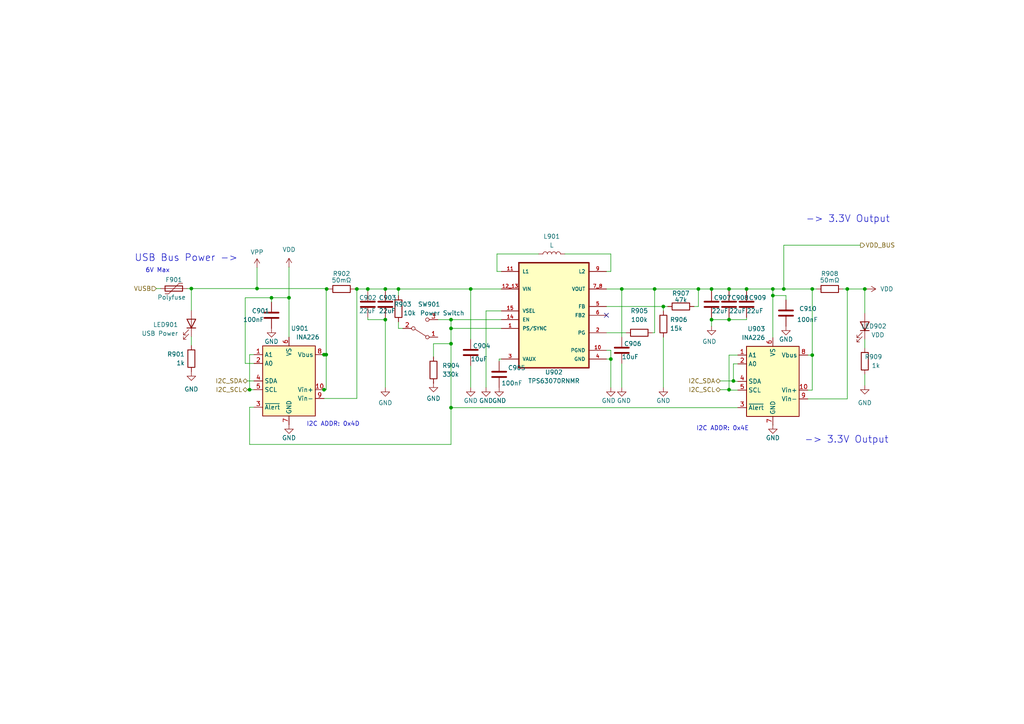
<source format=kicad_sch>
(kicad_sch
	(version 20231120)
	(generator "eeschema")
	(generator_version "8.0")
	(uuid "ed97c6c4-a1a7-4dde-a640-89eca815dd0d")
	(paper "A4")
	(lib_symbols
		(symbol "Device:C"
			(pin_numbers hide)
			(pin_names
				(offset 0.254)
			)
			(exclude_from_sim no)
			(in_bom yes)
			(on_board yes)
			(property "Reference" "C"
				(at 0.635 2.54 0)
				(effects
					(font
						(size 1.27 1.27)
					)
					(justify left)
				)
			)
			(property "Value" "C"
				(at 0.635 -2.54 0)
				(effects
					(font
						(size 1.27 1.27)
					)
					(justify left)
				)
			)
			(property "Footprint" ""
				(at 0.9652 -3.81 0)
				(effects
					(font
						(size 1.27 1.27)
					)
					(hide yes)
				)
			)
			(property "Datasheet" "~"
				(at 0 0 0)
				(effects
					(font
						(size 1.27 1.27)
					)
					(hide yes)
				)
			)
			(property "Description" "Unpolarized capacitor"
				(at 0 0 0)
				(effects
					(font
						(size 1.27 1.27)
					)
					(hide yes)
				)
			)
			(property "ki_keywords" "cap capacitor"
				(at 0 0 0)
				(effects
					(font
						(size 1.27 1.27)
					)
					(hide yes)
				)
			)
			(property "ki_fp_filters" "C_*"
				(at 0 0 0)
				(effects
					(font
						(size 1.27 1.27)
					)
					(hide yes)
				)
			)
			(symbol "C_0_1"
				(polyline
					(pts
						(xy -2.032 -0.762) (xy 2.032 -0.762)
					)
					(stroke
						(width 0.508)
						(type default)
					)
					(fill
						(type none)
					)
				)
				(polyline
					(pts
						(xy -2.032 0.762) (xy 2.032 0.762)
					)
					(stroke
						(width 0.508)
						(type default)
					)
					(fill
						(type none)
					)
				)
			)
			(symbol "C_1_1"
				(pin passive line
					(at 0 3.81 270)
					(length 2.794)
					(name "~"
						(effects
							(font
								(size 1.27 1.27)
							)
						)
					)
					(number "1"
						(effects
							(font
								(size 1.27 1.27)
							)
						)
					)
				)
				(pin passive line
					(at 0 -3.81 90)
					(length 2.794)
					(name "~"
						(effects
							(font
								(size 1.27 1.27)
							)
						)
					)
					(number "2"
						(effects
							(font
								(size 1.27 1.27)
							)
						)
					)
				)
			)
		)
		(symbol "Device:L"
			(pin_numbers hide)
			(pin_names
				(offset 1.016) hide)
			(exclude_from_sim no)
			(in_bom yes)
			(on_board yes)
			(property "Reference" "L"
				(at -1.27 0 90)
				(effects
					(font
						(size 1.27 1.27)
					)
				)
			)
			(property "Value" "L"
				(at 1.905 0 90)
				(effects
					(font
						(size 1.27 1.27)
					)
				)
			)
			(property "Footprint" ""
				(at 0 0 0)
				(effects
					(font
						(size 1.27 1.27)
					)
					(hide yes)
				)
			)
			(property "Datasheet" "~"
				(at 0 0 0)
				(effects
					(font
						(size 1.27 1.27)
					)
					(hide yes)
				)
			)
			(property "Description" "Inductor"
				(at 0 0 0)
				(effects
					(font
						(size 1.27 1.27)
					)
					(hide yes)
				)
			)
			(property "ki_keywords" "inductor choke coil reactor magnetic"
				(at 0 0 0)
				(effects
					(font
						(size 1.27 1.27)
					)
					(hide yes)
				)
			)
			(property "ki_fp_filters" "Choke_* *Coil* Inductor_* L_*"
				(at 0 0 0)
				(effects
					(font
						(size 1.27 1.27)
					)
					(hide yes)
				)
			)
			(symbol "L_0_1"
				(arc
					(start 0 -2.54)
					(mid 0.6323 -1.905)
					(end 0 -1.27)
					(stroke
						(width 0)
						(type default)
					)
					(fill
						(type none)
					)
				)
				(arc
					(start 0 -1.27)
					(mid 0.6323 -0.635)
					(end 0 0)
					(stroke
						(width 0)
						(type default)
					)
					(fill
						(type none)
					)
				)
				(arc
					(start 0 0)
					(mid 0.6323 0.635)
					(end 0 1.27)
					(stroke
						(width 0)
						(type default)
					)
					(fill
						(type none)
					)
				)
				(arc
					(start 0 1.27)
					(mid 0.6323 1.905)
					(end 0 2.54)
					(stroke
						(width 0)
						(type default)
					)
					(fill
						(type none)
					)
				)
			)
			(symbol "L_1_1"
				(pin passive line
					(at 0 3.81 270)
					(length 1.27)
					(name "1"
						(effects
							(font
								(size 1.27 1.27)
							)
						)
					)
					(number "1"
						(effects
							(font
								(size 1.27 1.27)
							)
						)
					)
				)
				(pin passive line
					(at 0 -3.81 90)
					(length 1.27)
					(name "2"
						(effects
							(font
								(size 1.27 1.27)
							)
						)
					)
					(number "2"
						(effects
							(font
								(size 1.27 1.27)
							)
						)
					)
				)
			)
		)
		(symbol "Device:LED"
			(pin_numbers hide)
			(pin_names
				(offset 1.016) hide)
			(exclude_from_sim no)
			(in_bom yes)
			(on_board yes)
			(property "Reference" "D"
				(at 0 2.54 0)
				(effects
					(font
						(size 1.27 1.27)
					)
				)
			)
			(property "Value" "LED"
				(at 0 -2.54 0)
				(effects
					(font
						(size 1.27 1.27)
					)
				)
			)
			(property "Footprint" ""
				(at 0 0 0)
				(effects
					(font
						(size 1.27 1.27)
					)
					(hide yes)
				)
			)
			(property "Datasheet" "~"
				(at 0 0 0)
				(effects
					(font
						(size 1.27 1.27)
					)
					(hide yes)
				)
			)
			(property "Description" "Light emitting diode"
				(at 0 0 0)
				(effects
					(font
						(size 1.27 1.27)
					)
					(hide yes)
				)
			)
			(property "ki_keywords" "LED diode"
				(at 0 0 0)
				(effects
					(font
						(size 1.27 1.27)
					)
					(hide yes)
				)
			)
			(property "ki_fp_filters" "LED* LED_SMD:* LED_THT:*"
				(at 0 0 0)
				(effects
					(font
						(size 1.27 1.27)
					)
					(hide yes)
				)
			)
			(symbol "LED_0_1"
				(polyline
					(pts
						(xy -1.27 -1.27) (xy -1.27 1.27)
					)
					(stroke
						(width 0.254)
						(type default)
					)
					(fill
						(type none)
					)
				)
				(polyline
					(pts
						(xy -1.27 0) (xy 1.27 0)
					)
					(stroke
						(width 0)
						(type default)
					)
					(fill
						(type none)
					)
				)
				(polyline
					(pts
						(xy 1.27 -1.27) (xy 1.27 1.27) (xy -1.27 0) (xy 1.27 -1.27)
					)
					(stroke
						(width 0.254)
						(type default)
					)
					(fill
						(type none)
					)
				)
				(polyline
					(pts
						(xy -3.048 -0.762) (xy -4.572 -2.286) (xy -3.81 -2.286) (xy -4.572 -2.286) (xy -4.572 -1.524)
					)
					(stroke
						(width 0)
						(type default)
					)
					(fill
						(type none)
					)
				)
				(polyline
					(pts
						(xy -1.778 -0.762) (xy -3.302 -2.286) (xy -2.54 -2.286) (xy -3.302 -2.286) (xy -3.302 -1.524)
					)
					(stroke
						(width 0)
						(type default)
					)
					(fill
						(type none)
					)
				)
			)
			(symbol "LED_1_1"
				(pin passive line
					(at -3.81 0 0)
					(length 2.54)
					(name "K"
						(effects
							(font
								(size 1.27 1.27)
							)
						)
					)
					(number "1"
						(effects
							(font
								(size 1.27 1.27)
							)
						)
					)
				)
				(pin passive line
					(at 3.81 0 180)
					(length 2.54)
					(name "A"
						(effects
							(font
								(size 1.27 1.27)
							)
						)
					)
					(number "2"
						(effects
							(font
								(size 1.27 1.27)
							)
						)
					)
				)
			)
		)
		(symbol "Device:Polyfuse"
			(pin_numbers hide)
			(pin_names
				(offset 0)
			)
			(exclude_from_sim no)
			(in_bom yes)
			(on_board yes)
			(property "Reference" "F"
				(at -2.54 0 90)
				(effects
					(font
						(size 1.27 1.27)
					)
				)
			)
			(property "Value" "Polyfuse"
				(at 2.54 0 90)
				(effects
					(font
						(size 1.27 1.27)
					)
				)
			)
			(property "Footprint" ""
				(at 1.27 -5.08 0)
				(effects
					(font
						(size 1.27 1.27)
					)
					(justify left)
					(hide yes)
				)
			)
			(property "Datasheet" "~"
				(at 0 0 0)
				(effects
					(font
						(size 1.27 1.27)
					)
					(hide yes)
				)
			)
			(property "Description" "Resettable fuse, polymeric positive temperature coefficient"
				(at 0 0 0)
				(effects
					(font
						(size 1.27 1.27)
					)
					(hide yes)
				)
			)
			(property "ki_keywords" "resettable fuse PTC PPTC polyfuse polyswitch"
				(at 0 0 0)
				(effects
					(font
						(size 1.27 1.27)
					)
					(hide yes)
				)
			)
			(property "ki_fp_filters" "*polyfuse* *PTC*"
				(at 0 0 0)
				(effects
					(font
						(size 1.27 1.27)
					)
					(hide yes)
				)
			)
			(symbol "Polyfuse_0_1"
				(rectangle
					(start -0.762 2.54)
					(end 0.762 -2.54)
					(stroke
						(width 0.254)
						(type default)
					)
					(fill
						(type none)
					)
				)
				(polyline
					(pts
						(xy 0 2.54) (xy 0 -2.54)
					)
					(stroke
						(width 0)
						(type default)
					)
					(fill
						(type none)
					)
				)
				(polyline
					(pts
						(xy -1.524 2.54) (xy -1.524 1.524) (xy 1.524 -1.524) (xy 1.524 -2.54)
					)
					(stroke
						(width 0)
						(type default)
					)
					(fill
						(type none)
					)
				)
			)
			(symbol "Polyfuse_1_1"
				(pin passive line
					(at 0 3.81 270)
					(length 1.27)
					(name "~"
						(effects
							(font
								(size 1.27 1.27)
							)
						)
					)
					(number "1"
						(effects
							(font
								(size 1.27 1.27)
							)
						)
					)
				)
				(pin passive line
					(at 0 -3.81 90)
					(length 1.27)
					(name "~"
						(effects
							(font
								(size 1.27 1.27)
							)
						)
					)
					(number "2"
						(effects
							(font
								(size 1.27 1.27)
							)
						)
					)
				)
			)
		)
		(symbol "Device:R"
			(pin_numbers hide)
			(pin_names
				(offset 0)
			)
			(exclude_from_sim no)
			(in_bom yes)
			(on_board yes)
			(property "Reference" "R"
				(at 2.032 0 90)
				(effects
					(font
						(size 1.27 1.27)
					)
				)
			)
			(property "Value" "R"
				(at 0 0 90)
				(effects
					(font
						(size 1.27 1.27)
					)
				)
			)
			(property "Footprint" ""
				(at -1.778 0 90)
				(effects
					(font
						(size 1.27 1.27)
					)
					(hide yes)
				)
			)
			(property "Datasheet" "~"
				(at 0 0 0)
				(effects
					(font
						(size 1.27 1.27)
					)
					(hide yes)
				)
			)
			(property "Description" "Resistor"
				(at 0 0 0)
				(effects
					(font
						(size 1.27 1.27)
					)
					(hide yes)
				)
			)
			(property "ki_keywords" "R res resistor"
				(at 0 0 0)
				(effects
					(font
						(size 1.27 1.27)
					)
					(hide yes)
				)
			)
			(property "ki_fp_filters" "R_*"
				(at 0 0 0)
				(effects
					(font
						(size 1.27 1.27)
					)
					(hide yes)
				)
			)
			(symbol "R_0_1"
				(rectangle
					(start -1.016 -2.54)
					(end 1.016 2.54)
					(stroke
						(width 0.254)
						(type default)
					)
					(fill
						(type none)
					)
				)
			)
			(symbol "R_1_1"
				(pin passive line
					(at 0 3.81 270)
					(length 1.27)
					(name "~"
						(effects
							(font
								(size 1.27 1.27)
							)
						)
					)
					(number "1"
						(effects
							(font
								(size 1.27 1.27)
							)
						)
					)
				)
				(pin passive line
					(at 0 -3.81 90)
					(length 1.27)
					(name "~"
						(effects
							(font
								(size 1.27 1.27)
							)
						)
					)
					(number "2"
						(effects
							(font
								(size 1.27 1.27)
							)
						)
					)
				)
			)
		)
		(symbol "GND_1"
			(power)
			(pin_numbers hide)
			(pin_names
				(offset 0) hide)
			(exclude_from_sim no)
			(in_bom yes)
			(on_board yes)
			(property "Reference" "#PWR"
				(at 0 -6.35 0)
				(effects
					(font
						(size 1.27 1.27)
					)
					(hide yes)
				)
			)
			(property "Value" "GND"
				(at 0 -3.81 0)
				(effects
					(font
						(size 1.27 1.27)
					)
				)
			)
			(property "Footprint" ""
				(at 0 0 0)
				(effects
					(font
						(size 1.27 1.27)
					)
					(hide yes)
				)
			)
			(property "Datasheet" ""
				(at 0 0 0)
				(effects
					(font
						(size 1.27 1.27)
					)
					(hide yes)
				)
			)
			(property "Description" "Power symbol creates a global label with name \"GND\" , ground"
				(at 0 0 0)
				(effects
					(font
						(size 1.27 1.27)
					)
					(hide yes)
				)
			)
			(property "ki_keywords" "global power"
				(at 0 0 0)
				(effects
					(font
						(size 1.27 1.27)
					)
					(hide yes)
				)
			)
			(symbol "GND_1_0_1"
				(polyline
					(pts
						(xy 0 0) (xy 0 -1.27) (xy 1.27 -1.27) (xy 0 -2.54) (xy -1.27 -1.27) (xy 0 -1.27)
					)
					(stroke
						(width 0)
						(type default)
					)
					(fill
						(type none)
					)
				)
			)
			(symbol "GND_1_1_1"
				(pin power_in line
					(at 0 0 270)
					(length 0)
					(name "~"
						(effects
							(font
								(size 1.27 1.27)
							)
						)
					)
					(number "1"
						(effects
							(font
								(size 1.27 1.27)
							)
						)
					)
				)
			)
		)
		(symbol "Sensor_Energy:INA226"
			(exclude_from_sim no)
			(in_bom yes)
			(on_board yes)
			(property "Reference" "U"
				(at -6.35 11.43 0)
				(effects
					(font
						(size 1.27 1.27)
					)
				)
			)
			(property "Value" "INA226"
				(at 3.81 11.43 0)
				(effects
					(font
						(size 1.27 1.27)
					)
				)
			)
			(property "Footprint" "Package_SO:VSSOP-10_3x3mm_P0.5mm"
				(at 20.32 -11.43 0)
				(effects
					(font
						(size 1.27 1.27)
					)
					(hide yes)
				)
			)
			(property "Datasheet" "http://www.ti.com/lit/ds/symlink/ina226.pdf"
				(at 8.89 -2.54 0)
				(effects
					(font
						(size 1.27 1.27)
					)
					(hide yes)
				)
			)
			(property "Description" "High-Side or Low-Side Measurement, Bi-Directional Current and Power Monitor (0-36V) with I2C Compatible Interface, VSSOP-10"
				(at 0 0 0)
				(effects
					(font
						(size 1.27 1.27)
					)
					(hide yes)
				)
			)
			(property "ki_keywords" "ADC I2C 16-Bit Oversampling Current Shunt"
				(at 0 0 0)
				(effects
					(font
						(size 1.27 1.27)
					)
					(hide yes)
				)
			)
			(property "ki_fp_filters" "VSSOP*3x3mm*P0.5mm*"
				(at 0 0 0)
				(effects
					(font
						(size 1.27 1.27)
					)
					(hide yes)
				)
			)
			(symbol "INA226_0_1"
				(rectangle
					(start 7.62 10.16)
					(end -7.62 -10.16)
					(stroke
						(width 0.254)
						(type default)
					)
					(fill
						(type background)
					)
				)
			)
			(symbol "INA226_1_1"
				(pin input line
					(at 10.16 7.62 180)
					(length 2.54)
					(name "A1"
						(effects
							(font
								(size 1.27 1.27)
							)
						)
					)
					(number "1"
						(effects
							(font
								(size 1.27 1.27)
							)
						)
					)
				)
				(pin input line
					(at -10.16 -2.54 0)
					(length 2.54)
					(name "Vin+"
						(effects
							(font
								(size 1.27 1.27)
							)
						)
					)
					(number "10"
						(effects
							(font
								(size 1.27 1.27)
							)
						)
					)
				)
				(pin input line
					(at 10.16 5.08 180)
					(length 2.54)
					(name "A0"
						(effects
							(font
								(size 1.27 1.27)
							)
						)
					)
					(number "2"
						(effects
							(font
								(size 1.27 1.27)
							)
						)
					)
				)
				(pin open_collector line
					(at 10.16 -7.62 180)
					(length 2.54)
					(name "~{Alert}"
						(effects
							(font
								(size 1.27 1.27)
							)
						)
					)
					(number "3"
						(effects
							(font
								(size 1.27 1.27)
							)
						)
					)
				)
				(pin bidirectional line
					(at 10.16 0 180)
					(length 2.54)
					(name "SDA"
						(effects
							(font
								(size 1.27 1.27)
							)
						)
					)
					(number "4"
						(effects
							(font
								(size 1.27 1.27)
							)
						)
					)
				)
				(pin input line
					(at 10.16 -2.54 180)
					(length 2.54)
					(name "SCL"
						(effects
							(font
								(size 1.27 1.27)
							)
						)
					)
					(number "5"
						(effects
							(font
								(size 1.27 1.27)
							)
						)
					)
				)
				(pin power_in line
					(at 0 12.7 270)
					(length 2.54)
					(name "VS"
						(effects
							(font
								(size 1.27 1.27)
							)
						)
					)
					(number "6"
						(effects
							(font
								(size 1.27 1.27)
							)
						)
					)
				)
				(pin power_in line
					(at 0 -12.7 90)
					(length 2.54)
					(name "GND"
						(effects
							(font
								(size 1.27 1.27)
							)
						)
					)
					(number "7"
						(effects
							(font
								(size 1.27 1.27)
							)
						)
					)
				)
				(pin input line
					(at -10.16 7.62 0)
					(length 2.54)
					(name "Vbus"
						(effects
							(font
								(size 1.27 1.27)
							)
						)
					)
					(number "8"
						(effects
							(font
								(size 1.27 1.27)
							)
						)
					)
				)
				(pin input line
					(at -10.16 -5.08 0)
					(length 2.54)
					(name "Vin-"
						(effects
							(font
								(size 1.27 1.27)
							)
						)
					)
					(number "9"
						(effects
							(font
								(size 1.27 1.27)
							)
						)
					)
				)
			)
		)
		(symbol "Switch:SW_SPDT"
			(pin_names
				(offset 0) hide)
			(exclude_from_sim no)
			(in_bom yes)
			(on_board yes)
			(property "Reference" "SW"
				(at 0 4.318 0)
				(effects
					(font
						(size 1.27 1.27)
					)
				)
			)
			(property "Value" "SW_SPDT"
				(at 0 -5.08 0)
				(effects
					(font
						(size 1.27 1.27)
					)
				)
			)
			(property "Footprint" ""
				(at 0 0 0)
				(effects
					(font
						(size 1.27 1.27)
					)
					(hide yes)
				)
			)
			(property "Datasheet" "~"
				(at 0 0 0)
				(effects
					(font
						(size 1.27 1.27)
					)
					(hide yes)
				)
			)
			(property "Description" "Switch, single pole double throw"
				(at 0 0 0)
				(effects
					(font
						(size 1.27 1.27)
					)
					(hide yes)
				)
			)
			(property "ki_keywords" "switch single-pole double-throw spdt ON-ON"
				(at 0 0 0)
				(effects
					(font
						(size 1.27 1.27)
					)
					(hide yes)
				)
			)
			(symbol "SW_SPDT_0_0"
				(circle
					(center -2.032 0)
					(radius 0.508)
					(stroke
						(width 0)
						(type default)
					)
					(fill
						(type none)
					)
				)
				(circle
					(center 2.032 -2.54)
					(radius 0.508)
					(stroke
						(width 0)
						(type default)
					)
					(fill
						(type none)
					)
				)
			)
			(symbol "SW_SPDT_0_1"
				(polyline
					(pts
						(xy -1.524 0.254) (xy 1.651 2.286)
					)
					(stroke
						(width 0)
						(type default)
					)
					(fill
						(type none)
					)
				)
				(circle
					(center 2.032 2.54)
					(radius 0.508)
					(stroke
						(width 0)
						(type default)
					)
					(fill
						(type none)
					)
				)
			)
			(symbol "SW_SPDT_1_1"
				(pin passive line
					(at 5.08 2.54 180)
					(length 2.54)
					(name "A"
						(effects
							(font
								(size 1.27 1.27)
							)
						)
					)
					(number "1"
						(effects
							(font
								(size 1.27 1.27)
							)
						)
					)
				)
				(pin passive line
					(at -5.08 0 0)
					(length 2.54)
					(name "B"
						(effects
							(font
								(size 1.27 1.27)
							)
						)
					)
					(number "2"
						(effects
							(font
								(size 1.27 1.27)
							)
						)
					)
				)
				(pin passive line
					(at 5.08 -2.54 180)
					(length 2.54)
					(name "C"
						(effects
							(font
								(size 1.27 1.27)
							)
						)
					)
					(number "3"
						(effects
							(font
								(size 1.27 1.27)
							)
						)
					)
				)
			)
		)
		(symbol "VDD_1"
			(power)
			(pin_numbers hide)
			(pin_names
				(offset 0) hide)
			(exclude_from_sim no)
			(in_bom yes)
			(on_board yes)
			(property "Reference" "#PWR"
				(at 0 -3.81 0)
				(effects
					(font
						(size 1.27 1.27)
					)
					(hide yes)
				)
			)
			(property "Value" "VDD"
				(at 0 3.556 0)
				(effects
					(font
						(size 1.27 1.27)
					)
				)
			)
			(property "Footprint" ""
				(at 0 0 0)
				(effects
					(font
						(size 1.27 1.27)
					)
					(hide yes)
				)
			)
			(property "Datasheet" ""
				(at 0 0 0)
				(effects
					(font
						(size 1.27 1.27)
					)
					(hide yes)
				)
			)
			(property "Description" "Power symbol creates a global label with name \"VDD\""
				(at 0 0 0)
				(effects
					(font
						(size 1.27 1.27)
					)
					(hide yes)
				)
			)
			(property "ki_keywords" "global power"
				(at 0 0 0)
				(effects
					(font
						(size 1.27 1.27)
					)
					(hide yes)
				)
			)
			(symbol "VDD_1_0_1"
				(polyline
					(pts
						(xy -0.762 1.27) (xy 0 2.54)
					)
					(stroke
						(width 0)
						(type default)
					)
					(fill
						(type none)
					)
				)
				(polyline
					(pts
						(xy 0 0) (xy 0 2.54)
					)
					(stroke
						(width 0)
						(type default)
					)
					(fill
						(type none)
					)
				)
				(polyline
					(pts
						(xy 0 2.54) (xy 0.762 1.27)
					)
					(stroke
						(width 0)
						(type default)
					)
					(fill
						(type none)
					)
				)
			)
			(symbol "VDD_1_1_1"
				(pin power_in line
					(at 0 0 90)
					(length 0)
					(name "~"
						(effects
							(font
								(size 1.27 1.27)
							)
						)
					)
					(number "1"
						(effects
							(font
								(size 1.27 1.27)
							)
						)
					)
				)
			)
		)
		(symbol "WOBCLibrary:TPS63070RNMR"
			(pin_names
				(offset 1.016)
			)
			(exclude_from_sim no)
			(in_bom yes)
			(on_board yes)
			(property "Reference" "U"
				(at -12.7 29.21 0)
				(effects
					(font
						(size 1.27 1.27)
					)
					(justify left bottom)
				)
			)
			(property "Value" "TPS63070RNMR"
				(at -12.7 -19.24 0)
				(effects
					(font
						(size 1.27 1.27)
					)
					(justify left bottom)
				)
			)
			(property "Footprint" "WOBCLibrary:VREG_TPS63070RNMR"
				(at 0 37.1 0)
				(effects
					(font
						(size 1.27 1.27)
					)
					(justify bottom)
					(hide yes)
				)
			)
			(property "Datasheet" ""
				(at 0 0 0)
				(effects
					(font
						(size 1.27 1.27)
					)
					(hide yes)
				)
			)
			(property "Description" "\nWide input voltage (2V-16V) buck-boost converter\n"
				(at -1.27 47.26 0)
				(effects
					(font
						(size 1.27 1.27)
					)
					(justify bottom)
					(hide yes)
				)
			)
			(property "MF" "Texas Instruments"
				(at 0 22.86 0)
				(effects
					(font
						(size 1.27 1.27)
					)
					(justify bottom)
					(hide yes)
				)
			)
			(property "Package" "VQFN-HR-15 Texas Instruments"
				(at 0 30.75 0)
				(effects
					(font
						(size 1.27 1.27)
					)
					(justify bottom)
					(hide yes)
				)
			)
			(property "Price" "None"
				(at 0 25.4 0)
				(effects
					(font
						(size 1.27 1.27)
					)
					(justify bottom)
					(hide yes)
				)
			)
			(property "SnapEDA_Link" "https://www.snapeda.com/parts/TPS63070RNMR/Texas+Instruments/view-part/?ref=snap"
				(at 1.27 40.91 0)
				(effects
					(font
						(size 1.27 1.27)
					)
					(justify bottom)
					(hide yes)
				)
			)
			(property "MP" "TPS63070RNMR"
				(at 0 27.94 0)
				(effects
					(font
						(size 1.27 1.27)
					)
					(justify bottom)
					(hide yes)
				)
			)
			(property "Purchase-URL" "https://www.snapeda.com/api/url_track_click_mouser/?unipart_id=583017&manufacturer=Texas Instruments&part_name=TPS63070RNMR&search_term=None"
				(at 0 43.45 0)
				(effects
					(font
						(size 1.27 1.27)
					)
					(justify bottom)
					(hide yes)
				)
			)
			(property "Availability" "In Stock"
				(at 0 20.32 0)
				(effects
					(font
						(size 1.27 1.27)
					)
					(justify bottom)
					(hide yes)
				)
			)
			(property "Check_prices" "https://www.snapeda.com/parts/TPS63070RNMR/Texas+Instruments/view-part/?ref=eda"
				(at 0 33.29 0)
				(effects
					(font
						(size 1.27 1.27)
					)
					(justify bottom)
					(hide yes)
				)
			)
			(symbol "TPS63070RNMR_0_0"
				(rectangle
					(start -10.16 15.24)
					(end 10.16 -15.24)
					(stroke
						(width 0.41)
						(type default)
					)
					(fill
						(type background)
					)
				)
				(pin input line
					(at -15.24 -3.81 0)
					(length 5.08)
					(name "PS/SYNC"
						(effects
							(font
								(size 1.016 1.016)
							)
						)
					)
					(number "1"
						(effects
							(font
								(size 1.016 1.016)
							)
						)
					)
				)
				(pin power_in line
					(at 15.24 -10.16 180)
					(length 5.08)
					(name "PGND"
						(effects
							(font
								(size 1.016 1.016)
							)
						)
					)
					(number "10"
						(effects
							(font
								(size 1.016 1.016)
							)
						)
					)
				)
				(pin bidirectional line
					(at -15.24 12.7 0)
					(length 5.08)
					(name "L1"
						(effects
							(font
								(size 1.016 1.016)
							)
						)
					)
					(number "11"
						(effects
							(font
								(size 1.016 1.016)
							)
						)
					)
				)
				(pin input line
					(at -15.24 7.62 0)
					(length 5.08)
					(name "VIN"
						(effects
							(font
								(size 1.016 1.016)
							)
						)
					)
					(number "12_13"
						(effects
							(font
								(size 1.016 1.016)
							)
						)
					)
				)
				(pin input line
					(at -15.24 -1.27 0)
					(length 5.08)
					(name "EN"
						(effects
							(font
								(size 1.016 1.016)
							)
						)
					)
					(number "14"
						(effects
							(font
								(size 1.016 1.016)
							)
						)
					)
				)
				(pin input line
					(at -15.24 1.27 0)
					(length 5.08)
					(name "VSEL"
						(effects
							(font
								(size 1.016 1.016)
							)
						)
					)
					(number "15"
						(effects
							(font
								(size 1.016 1.016)
							)
						)
					)
				)
				(pin output line
					(at 15.24 -5.08 180)
					(length 5.08)
					(name "PG"
						(effects
							(font
								(size 1.016 1.016)
							)
						)
					)
					(number "2"
						(effects
							(font
								(size 1.016 1.016)
							)
						)
					)
				)
				(pin output line
					(at -15.24 -12.7 0)
					(length 5.08)
					(name "VAUX"
						(effects
							(font
								(size 1.016 1.016)
							)
						)
					)
					(number "3"
						(effects
							(font
								(size 1.016 1.016)
							)
						)
					)
				)
				(pin power_in line
					(at 15.24 -12.7 180)
					(length 5.08)
					(name "GND"
						(effects
							(font
								(size 1.016 1.016)
							)
						)
					)
					(number "4"
						(effects
							(font
								(size 1.016 1.016)
							)
						)
					)
				)
				(pin input line
					(at 15.24 2.54 180)
					(length 5.08)
					(name "FB"
						(effects
							(font
								(size 1.016 1.016)
							)
						)
					)
					(number "5"
						(effects
							(font
								(size 1.016 1.016)
							)
						)
					)
				)
				(pin output line
					(at 15.24 0 180)
					(length 5.08)
					(name "FB2"
						(effects
							(font
								(size 1.016 1.016)
							)
						)
					)
					(number "6"
						(effects
							(font
								(size 1.016 1.016)
							)
						)
					)
				)
				(pin output line
					(at 15.24 7.62 180)
					(length 5.08)
					(name "VOUT"
						(effects
							(font
								(size 1.016 1.016)
							)
						)
					)
					(number "7_8"
						(effects
							(font
								(size 1.016 1.016)
							)
						)
					)
				)
				(pin bidirectional line
					(at 15.24 12.7 180)
					(length 5.08)
					(name "L2"
						(effects
							(font
								(size 1.016 1.016)
							)
						)
					)
					(number "9"
						(effects
							(font
								(size 1.016 1.016)
							)
						)
					)
				)
			)
		)
		(symbol "power:GND"
			(power)
			(pin_names
				(offset 0)
			)
			(exclude_from_sim no)
			(in_bom yes)
			(on_board yes)
			(property "Reference" "#PWR"
				(at 0 -6.35 0)
				(effects
					(font
						(size 1.27 1.27)
					)
					(hide yes)
				)
			)
			(property "Value" "GND"
				(at 0 -3.81 0)
				(effects
					(font
						(size 1.27 1.27)
					)
				)
			)
			(property "Footprint" ""
				(at 0 0 0)
				(effects
					(font
						(size 1.27 1.27)
					)
					(hide yes)
				)
			)
			(property "Datasheet" ""
				(at 0 0 0)
				(effects
					(font
						(size 1.27 1.27)
					)
					(hide yes)
				)
			)
			(property "Description" "Power symbol creates a global label with name \"GND\" , ground"
				(at 0 0 0)
				(effects
					(font
						(size 1.27 1.27)
					)
					(hide yes)
				)
			)
			(property "ki_keywords" "global power"
				(at 0 0 0)
				(effects
					(font
						(size 1.27 1.27)
					)
					(hide yes)
				)
			)
			(symbol "GND_0_1"
				(polyline
					(pts
						(xy 0 0) (xy 0 -1.27) (xy 1.27 -1.27) (xy 0 -2.54) (xy -1.27 -1.27) (xy 0 -1.27)
					)
					(stroke
						(width 0)
						(type default)
					)
					(fill
						(type none)
					)
				)
			)
			(symbol "GND_1_1"
				(pin power_in line
					(at 0 0 270)
					(length 0) hide
					(name "GND"
						(effects
							(font
								(size 1.27 1.27)
							)
						)
					)
					(number "1"
						(effects
							(font
								(size 1.27 1.27)
							)
						)
					)
				)
			)
		)
		(symbol "power:VDD"
			(power)
			(pin_names
				(offset 0)
			)
			(exclude_from_sim no)
			(in_bom yes)
			(on_board yes)
			(property "Reference" "#PWR"
				(at 0 -3.81 0)
				(effects
					(font
						(size 1.27 1.27)
					)
					(hide yes)
				)
			)
			(property "Value" "VDD"
				(at 0 3.81 0)
				(effects
					(font
						(size 1.27 1.27)
					)
				)
			)
			(property "Footprint" ""
				(at 0 0 0)
				(effects
					(font
						(size 1.27 1.27)
					)
					(hide yes)
				)
			)
			(property "Datasheet" ""
				(at 0 0 0)
				(effects
					(font
						(size 1.27 1.27)
					)
					(hide yes)
				)
			)
			(property "Description" "Power symbol creates a global label with name \"VDD\""
				(at 0 0 0)
				(effects
					(font
						(size 1.27 1.27)
					)
					(hide yes)
				)
			)
			(property "ki_keywords" "global power"
				(at 0 0 0)
				(effects
					(font
						(size 1.27 1.27)
					)
					(hide yes)
				)
			)
			(symbol "VDD_0_1"
				(polyline
					(pts
						(xy -0.762 1.27) (xy 0 2.54)
					)
					(stroke
						(width 0)
						(type default)
					)
					(fill
						(type none)
					)
				)
				(polyline
					(pts
						(xy 0 0) (xy 0 2.54)
					)
					(stroke
						(width 0)
						(type default)
					)
					(fill
						(type none)
					)
				)
				(polyline
					(pts
						(xy 0 2.54) (xy 0.762 1.27)
					)
					(stroke
						(width 0)
						(type default)
					)
					(fill
						(type none)
					)
				)
			)
			(symbol "VDD_1_1"
				(pin power_in line
					(at 0 0 90)
					(length 0) hide
					(name "VDD"
						(effects
							(font
								(size 1.27 1.27)
							)
						)
					)
					(number "1"
						(effects
							(font
								(size 1.27 1.27)
							)
						)
					)
				)
			)
		)
		(symbol "power:VPP"
			(power)
			(pin_names
				(offset 0)
			)
			(exclude_from_sim no)
			(in_bom yes)
			(on_board yes)
			(property "Reference" "#PWR"
				(at 0 -3.81 0)
				(effects
					(font
						(size 1.27 1.27)
					)
					(hide yes)
				)
			)
			(property "Value" "VPP"
				(at 0 3.81 0)
				(effects
					(font
						(size 1.27 1.27)
					)
				)
			)
			(property "Footprint" ""
				(at 0 0 0)
				(effects
					(font
						(size 1.27 1.27)
					)
					(hide yes)
				)
			)
			(property "Datasheet" ""
				(at 0 0 0)
				(effects
					(font
						(size 1.27 1.27)
					)
					(hide yes)
				)
			)
			(property "Description" "Power symbol creates a global label with name \"VPP\""
				(at 0 0 0)
				(effects
					(font
						(size 1.27 1.27)
					)
					(hide yes)
				)
			)
			(property "ki_keywords" "global power"
				(at 0 0 0)
				(effects
					(font
						(size 1.27 1.27)
					)
					(hide yes)
				)
			)
			(symbol "VPP_0_1"
				(polyline
					(pts
						(xy -0.762 1.27) (xy 0 2.54)
					)
					(stroke
						(width 0)
						(type default)
					)
					(fill
						(type none)
					)
				)
				(polyline
					(pts
						(xy 0 0) (xy 0 2.54)
					)
					(stroke
						(width 0)
						(type default)
					)
					(fill
						(type none)
					)
				)
				(polyline
					(pts
						(xy 0 2.54) (xy 0.762 1.27)
					)
					(stroke
						(width 0)
						(type default)
					)
					(fill
						(type none)
					)
				)
			)
			(symbol "VPP_1_1"
				(pin power_in line
					(at 0 0 90)
					(length 0) hide
					(name "VPP"
						(effects
							(font
								(size 1.27 1.27)
							)
						)
					)
					(number "1"
						(effects
							(font
								(size 1.27 1.27)
							)
						)
					)
				)
			)
		)
	)
	(junction
		(at 130.81 99.695)
		(diameter 0)
		(color 0 0 0 0)
		(uuid "040b3404-d19a-4f32-bed3-a5788eb1e3d8")
	)
	(junction
		(at 115.57 83.82)
		(diameter 0)
		(color 0 0 0 0)
		(uuid "04b5ff48-69ec-40f9-b8f8-6e6151f8682d")
	)
	(junction
		(at 211.455 113.03)
		(diameter 0)
		(color 0 0 0 0)
		(uuid "0aafc698-ce5f-47d9-b763-6a803d49049a")
	)
	(junction
		(at 111.76 83.82)
		(diameter 0)
		(color 0 0 0 0)
		(uuid "19b18d3c-195d-48f9-89ec-397dd35736be")
	)
	(junction
		(at 72.39 113.03)
		(diameter 0)
		(color 0 0 0 0)
		(uuid "1a36020e-6f25-4d0a-a85e-cfc48adc3cd3")
	)
	(junction
		(at 235.585 102.997)
		(diameter 0)
		(color 0 0 0 0)
		(uuid "1a8377a2-2f76-4976-b45c-6c06be47f3f5")
	)
	(junction
		(at 192.405 88.9)
		(diameter 0)
		(color 0 0 0 0)
		(uuid "1c3ff8a7-f7f7-421f-b514-77806b2a4469")
	)
	(junction
		(at 136.525 83.82)
		(diameter 0)
		(color 0 0 0 0)
		(uuid "1c8c2e2c-90a2-48ed-9977-4fcae32f584e")
	)
	(junction
		(at 224.155 83.82)
		(diameter 0)
		(color 0 0 0 0)
		(uuid "23534efc-e18c-4a7f-9225-e7c02c374ba3")
	)
	(junction
		(at 235.585 83.82)
		(diameter 0)
		(color 0 0 0 0)
		(uuid "2a9386f5-2cd2-41da-9bac-128a6947c1c6")
	)
	(junction
		(at 106.68 83.82)
		(diameter 0)
		(color 0 0 0 0)
		(uuid "2bb9e9f2-e1db-43dd-a8c1-df26cb2a0adb")
	)
	(junction
		(at 74.549 83.693)
		(diameter 0)
		(color 0 0 0 0)
		(uuid "314ab4da-dd4d-4617-8cff-27f57ed8b0dc")
	)
	(junction
		(at 227.33 83.82)
		(diameter 0)
		(color 0 0 0 0)
		(uuid "3199a3e1-7b32-4f68-8711-de6392fbf4c9")
	)
	(junction
		(at 180.34 83.82)
		(diameter 0)
		(color 0 0 0 0)
		(uuid "33c08cd0-6668-4766-964e-97ac91a0050f")
	)
	(junction
		(at 93.98 113.03)
		(diameter 0)
		(color 0 0 0 0)
		(uuid "4d18b181-c4a3-46b3-86e4-b7a92be037a4")
	)
	(junction
		(at 206.375 92.71)
		(diameter 0)
		(color 0 0 0 0)
		(uuid "4db80434-abac-4cd0-b9a7-953dc713edf5")
	)
	(junction
		(at 103.505 83.82)
		(diameter 0)
		(color 0 0 0 0)
		(uuid "57446699-2af3-4942-a6a9-2269133dacaf")
	)
	(junction
		(at 250.825 83.82)
		(diameter 0)
		(color 0 0 0 0)
		(uuid "58ed888c-0ec7-4400-9a9e-67c0db903c0d")
	)
	(junction
		(at 130.81 95.25)
		(diameter 0)
		(color 0 0 0 0)
		(uuid "64302df0-6c11-46dc-8d89-d6de00ec8825")
	)
	(junction
		(at 202.565 83.82)
		(diameter 0)
		(color 0 0 0 0)
		(uuid "67107851-8336-4a7a-8b58-31c36709694d")
	)
	(junction
		(at 111.76 92.71)
		(diameter 0)
		(color 0 0 0 0)
		(uuid "7d6c7db3-33bb-4103-ba80-8fa92a3cfb60")
	)
	(junction
		(at 216.535 83.82)
		(diameter 0)
		(color 0 0 0 0)
		(uuid "85aa0c90-a76f-49e5-9cae-31d692917586")
	)
	(junction
		(at 93.98 102.87)
		(diameter 0)
		(color 0 0 0 0)
		(uuid "889b174f-e238-4b1a-a799-38155c440276")
	)
	(junction
		(at 130.81 92.71)
		(diameter 0)
		(color 0 0 0 0)
		(uuid "895b846d-338c-48d8-bd6e-db01c8b49d26")
	)
	(junction
		(at 177.165 104.14)
		(diameter 0)
		(color 0 0 0 0)
		(uuid "8c5332a1-81ef-4534-92c7-453d0e24f48b")
	)
	(junction
		(at 94.615 102.87)
		(diameter 0)
		(color 0 0 0 0)
		(uuid "98c2f61f-2d27-4284-9ee6-2347c8ad0835")
	)
	(junction
		(at 189.865 83.82)
		(diameter 0)
		(color 0 0 0 0)
		(uuid "9d597359-878c-46bb-9c3f-e308141074d3")
	)
	(junction
		(at 211.455 83.82)
		(diameter 0)
		(color 0 0 0 0)
		(uuid "9fe89b7b-afb8-46a1-8657-eef43d3c62af")
	)
	(junction
		(at 55.499 83.693)
		(diameter 0)
		(color 0 0 0 0)
		(uuid "a851faba-697d-4bdd-8c01-142bc809d943")
	)
	(junction
		(at 211.455 92.71)
		(diameter 0)
		(color 0 0 0 0)
		(uuid "adb8ac3a-3902-4e76-87a7-b9d1575393a2")
	)
	(junction
		(at 206.375 83.82)
		(diameter 0)
		(color 0 0 0 0)
		(uuid "b2b96b9b-ff80-4c78-9481-c1005c01e7e4")
	)
	(junction
		(at 212.725 110.49)
		(diameter 0)
		(color 0 0 0 0)
		(uuid "cc2dd72c-9848-49e1-96b9-57190fdffeee")
	)
	(junction
		(at 94.742 83.82)
		(diameter 0)
		(color 0 0 0 0)
		(uuid "cc6f3224-3224-4f60-ac71-ea7ac09fd600")
	)
	(junction
		(at 78.74 86.36)
		(diameter 0)
		(color 0 0 0 0)
		(uuid "cee3ffe8-d3ac-4ea8-9c8a-82b2316c2293")
	)
	(junction
		(at 245.745 83.82)
		(diameter 0)
		(color 0 0 0 0)
		(uuid "d030b1e3-6669-4b07-9254-cdd0e69968c9")
	)
	(junction
		(at 130.81 118.237)
		(diameter 0)
		(color 0 0 0 0)
		(uuid "da4b7bd0-3bc8-496a-a3be-8c746ff1b0e4")
	)
	(junction
		(at 83.82 86.36)
		(diameter 0)
		(color 0 0 0 0)
		(uuid "dd06dadd-b0c8-420e-b364-6ffdc55fb19a")
	)
	(junction
		(at 224.155 85.725)
		(diameter 0)
		(color 0 0 0 0)
		(uuid "fe65f4cf-b9c7-4e00-8aa1-68d407451e88")
	)
	(no_connect
		(at 175.895 91.44)
		(uuid "2ee2f89b-f8c3-42e9-b9c8-b58f6a933366")
	)
	(wire
		(pts
			(xy 72.39 113.03) (xy 73.66 113.03)
		)
		(stroke
			(width 0)
			(type default)
		)
		(uuid "04559a26-4e04-4753-b88f-66d453e4fb65")
	)
	(wire
		(pts
			(xy 206.375 83.82) (xy 211.455 83.82)
		)
		(stroke
			(width 0)
			(type default)
		)
		(uuid "05422f08-c43c-44bc-a40d-bb6167e3ce52")
	)
	(wire
		(pts
			(xy 71.755 113.03) (xy 72.39 113.03)
		)
		(stroke
			(width 0)
			(type default)
		)
		(uuid "07983c2e-56f7-409f-9e83-42ca0eff7a57")
	)
	(wire
		(pts
			(xy 93.98 102.87) (xy 94.615 102.87)
		)
		(stroke
			(width 0)
			(type default)
		)
		(uuid "080a235c-af09-4ea1-86aa-df53dbed5072")
	)
	(wire
		(pts
			(xy 93.98 113.03) (xy 94.615 113.03)
		)
		(stroke
			(width 0)
			(type default)
		)
		(uuid "08729704-5087-4a15-bdf7-3c52692da594")
	)
	(wire
		(pts
			(xy 208.915 110.49) (xy 212.725 110.49)
		)
		(stroke
			(width 0)
			(type default)
		)
		(uuid "0988e568-ce1b-4ed2-bfa5-0b748937a7f6")
	)
	(wire
		(pts
			(xy 125.73 99.695) (xy 130.81 99.695)
		)
		(stroke
			(width 0)
			(type default)
		)
		(uuid "0ae7a248-e111-4d2c-bae3-84b9e6e08b7f")
	)
	(wire
		(pts
			(xy 224.155 83.82) (xy 224.155 85.725)
		)
		(stroke
			(width 0)
			(type default)
		)
		(uuid "0d5b3f7a-de37-4e81-a0b6-f000029e7da3")
	)
	(wire
		(pts
			(xy 103.505 115.57) (xy 103.505 83.82)
		)
		(stroke
			(width 0)
			(type default)
		)
		(uuid "0d9b9471-715d-4270-a7a0-a82bc4b7cd06")
	)
	(wire
		(pts
			(xy 234.315 115.697) (xy 245.745 115.697)
		)
		(stroke
			(width 0)
			(type default)
		)
		(uuid "0ea4e261-cb94-45a1-9f82-2860131a3850")
	)
	(wire
		(pts
			(xy 93.98 115.57) (xy 103.505 115.57)
		)
		(stroke
			(width 0)
			(type default)
		)
		(uuid "0eb688e2-aeb8-4c47-af60-66156669bbc2")
	)
	(wire
		(pts
			(xy 106.68 92.075) (xy 106.68 92.71)
		)
		(stroke
			(width 0)
			(type default)
		)
		(uuid "0f2a3163-127d-4471-9a4b-f364a49b6959")
	)
	(wire
		(pts
			(xy 180.34 83.82) (xy 189.865 83.82)
		)
		(stroke
			(width 0)
			(type default)
		)
		(uuid "10bddba1-678f-4173-b077-b4b706877318")
	)
	(wire
		(pts
			(xy 106.68 92.71) (xy 111.76 92.71)
		)
		(stroke
			(width 0)
			(type default)
		)
		(uuid "14a33cfb-466c-4c48-949c-45a9f334a3d7")
	)
	(wire
		(pts
			(xy 180.34 112.395) (xy 180.34 105.41)
		)
		(stroke
			(width 0)
			(type default)
		)
		(uuid "16cfb51d-fcf6-404a-9b2c-fca7ca4b97a0")
	)
	(wire
		(pts
			(xy 94.615 113.03) (xy 94.615 102.87)
		)
		(stroke
			(width 0)
			(type default)
		)
		(uuid "17afdcdd-011c-42ae-8a54-9cb97ffa7781")
	)
	(wire
		(pts
			(xy 144.145 73.66) (xy 144.145 78.74)
		)
		(stroke
			(width 0)
			(type default)
		)
		(uuid "18559c91-682a-4cd3-b9c1-481c5dc5fd16")
	)
	(wire
		(pts
			(xy 115.57 83.82) (xy 115.57 85.725)
		)
		(stroke
			(width 0)
			(type default)
		)
		(uuid "18db2749-3906-4fe3-9a4f-593f7016ef90")
	)
	(wire
		(pts
			(xy 245.745 115.697) (xy 245.745 83.82)
		)
		(stroke
			(width 0)
			(type default)
		)
		(uuid "1927a42c-c436-4049-a042-3d46392c1a8f")
	)
	(wire
		(pts
			(xy 130.81 92.71) (xy 145.415 92.71)
		)
		(stroke
			(width 0)
			(type default)
		)
		(uuid "19bfc9ac-9bf7-439d-b37e-6458bc6f424c")
	)
	(wire
		(pts
			(xy 83.82 77.47) (xy 83.82 86.36)
		)
		(stroke
			(width 0)
			(type default)
		)
		(uuid "1be93e76-efd6-490d-9e6b-1e30b5a824d8")
	)
	(wire
		(pts
			(xy 177.165 104.14) (xy 177.165 112.395)
		)
		(stroke
			(width 0)
			(type default)
		)
		(uuid "1c35facd-12ce-4ced-805b-aab40bf108db")
	)
	(wire
		(pts
			(xy 55.499 100.203) (xy 55.499 97.663)
		)
		(stroke
			(width 0)
			(type default)
		)
		(uuid "1ca2f53a-3ffe-4c8c-84a4-25c8fc0c3b5d")
	)
	(wire
		(pts
			(xy 144.145 78.74) (xy 145.415 78.74)
		)
		(stroke
			(width 0)
			(type default)
		)
		(uuid "1fb8b35b-47bb-4e62-8090-69ff8206f6d7")
	)
	(wire
		(pts
			(xy 245.745 83.82) (xy 250.825 83.82)
		)
		(stroke
			(width 0)
			(type default)
		)
		(uuid "24335936-7129-410c-8c7f-32be5bd42097")
	)
	(wire
		(pts
			(xy 73.66 118.11) (xy 72.39 118.11)
		)
		(stroke
			(width 0)
			(type default)
		)
		(uuid "250105f0-e8be-437e-b91f-743faee15c18")
	)
	(wire
		(pts
			(xy 127 92.71) (xy 130.81 92.71)
		)
		(stroke
			(width 0)
			(type default)
		)
		(uuid "2dee53c7-eac1-4ef6-9401-ee6955d56c93")
	)
	(wire
		(pts
			(xy 55.499 83.693) (xy 55.499 90.043)
		)
		(stroke
			(width 0)
			(type default)
		)
		(uuid "2f667305-db15-422d-8193-8cb70f458f89")
	)
	(wire
		(pts
			(xy 211.455 83.82) (xy 211.455 84.455)
		)
		(stroke
			(width 0)
			(type default)
		)
		(uuid "3690f648-6b20-49cf-81f0-c81d78db23be")
	)
	(wire
		(pts
			(xy 177.165 101.6) (xy 177.165 104.14)
		)
		(stroke
			(width 0)
			(type default)
		)
		(uuid "376b48a9-0f7a-41b7-869f-0bf9dc37f789")
	)
	(wire
		(pts
			(xy 189.865 83.82) (xy 202.565 83.82)
		)
		(stroke
			(width 0)
			(type default)
		)
		(uuid "3bffabaa-82fe-433b-8a03-09d111026877")
	)
	(wire
		(pts
			(xy 250.825 111.76) (xy 250.825 108.585)
		)
		(stroke
			(width 0)
			(type default)
		)
		(uuid "40681013-aca8-490f-a579-131187cdb5c8")
	)
	(wire
		(pts
			(xy 206.375 92.71) (xy 206.375 94.615)
		)
		(stroke
			(width 0)
			(type default)
		)
		(uuid "4070b893-6bce-4089-b4ce-4b8deb11ff37")
	)
	(wire
		(pts
			(xy 224.155 83.82) (xy 227.33 83.82)
		)
		(stroke
			(width 0)
			(type default)
		)
		(uuid "40c06b01-3859-4b42-b0aa-e4cf09ec9b3a")
	)
	(wire
		(pts
			(xy 212.725 110.617) (xy 213.995 110.617)
		)
		(stroke
			(width 0)
			(type default)
		)
		(uuid "40f0466d-b443-4b22-acc2-5fac93467dda")
	)
	(wire
		(pts
			(xy 74.549 83.693) (xy 94.742 83.693)
		)
		(stroke
			(width 0)
			(type default)
		)
		(uuid "43e54de2-f2e5-429c-a9f6-5ff6c63b8d4f")
	)
	(wire
		(pts
			(xy 227.965 86.995) (xy 227.965 85.725)
		)
		(stroke
			(width 0)
			(type default)
		)
		(uuid "44507cde-03e1-495b-9e4d-5314d50cfc6c")
	)
	(wire
		(pts
			(xy 235.585 83.82) (xy 236.855 83.82)
		)
		(stroke
			(width 0)
			(type default)
		)
		(uuid "4597c2f5-a8c5-4470-a94e-e56af90d027d")
	)
	(wire
		(pts
			(xy 94.742 83.693) (xy 94.742 83.82)
		)
		(stroke
			(width 0)
			(type default)
		)
		(uuid "45f04dc1-6e62-4c36-88dd-3f0853ca6fa0")
	)
	(wire
		(pts
			(xy 211.455 102.997) (xy 213.995 102.997)
		)
		(stroke
			(width 0)
			(type default)
		)
		(uuid "4630355f-b38d-4feb-88a6-02c30d107b1c")
	)
	(wire
		(pts
			(xy 249.555 71.12) (xy 227.33 71.12)
		)
		(stroke
			(width 0)
			(type default)
		)
		(uuid "469d6433-07a6-44ef-a754-90436461b7b7")
	)
	(wire
		(pts
			(xy 111.76 83.82) (xy 115.57 83.82)
		)
		(stroke
			(width 0)
			(type default)
		)
		(uuid "4b34d21a-cef9-41b7-bfc0-92aa29021826")
	)
	(wire
		(pts
			(xy 175.895 83.82) (xy 180.34 83.82)
		)
		(stroke
			(width 0)
			(type default)
		)
		(uuid "4b8ebcb3-ac09-44f9-bd33-afebe678f1b1")
	)
	(wire
		(pts
			(xy 71.755 110.49) (xy 73.66 110.49)
		)
		(stroke
			(width 0)
			(type default)
		)
		(uuid "4bc0d3be-1a0d-4bba-bf2e-f6a216d4b391")
	)
	(wire
		(pts
			(xy 175.895 88.9) (xy 192.405 88.9)
		)
		(stroke
			(width 0)
			(type default)
		)
		(uuid "4dac93ef-2ba7-4fd2-b868-613370c43c00")
	)
	(wire
		(pts
			(xy 136.525 106.045) (xy 136.525 112.395)
		)
		(stroke
			(width 0)
			(type default)
		)
		(uuid "530da1c6-4b0b-4e19-8888-848e07567c4c")
	)
	(wire
		(pts
			(xy 211.455 92.71) (xy 206.375 92.71)
		)
		(stroke
			(width 0)
			(type default)
		)
		(uuid "559561e9-f9a7-44f6-83f8-41e62825bab8")
	)
	(wire
		(pts
			(xy 192.405 90.17) (xy 192.405 88.9)
		)
		(stroke
			(width 0)
			(type default)
		)
		(uuid "5820d60f-0945-47d1-9719-1776adff20b8")
	)
	(wire
		(pts
			(xy 130.81 128.905) (xy 130.81 118.237)
		)
		(stroke
			(width 0)
			(type default)
		)
		(uuid "602ca626-400e-4e33-99d2-549f5e9abd90")
	)
	(wire
		(pts
			(xy 211.455 113.157) (xy 213.995 113.157)
		)
		(stroke
			(width 0)
			(type default)
		)
		(uuid "642cbdf6-52cd-44af-8c58-fcaa7724bd8a")
	)
	(wire
		(pts
			(xy 106.68 83.82) (xy 111.76 83.82)
		)
		(stroke
			(width 0)
			(type default)
		)
		(uuid "6504cac6-8037-4ae8-b05a-0f8258247139")
	)
	(wire
		(pts
			(xy 73.66 105.41) (xy 71.12 105.41)
		)
		(stroke
			(width 0)
			(type default)
		)
		(uuid "668ef444-5bfe-4fa7-a776-976f7db8efb8")
	)
	(wire
		(pts
			(xy 144.78 104.775) (xy 144.78 104.14)
		)
		(stroke
			(width 0)
			(type default)
		)
		(uuid "693854d9-bb11-4a6b-bf2a-e6eeb1d04559")
	)
	(wire
		(pts
			(xy 140.97 90.17) (xy 140.97 112.395)
		)
		(stroke
			(width 0)
			(type default)
		)
		(uuid "69624b8f-03a0-4208-992c-0b1b682e97a6")
	)
	(wire
		(pts
			(xy 94.742 83.82) (xy 95.25 83.82)
		)
		(stroke
			(width 0)
			(type default)
		)
		(uuid "6d0a15dd-86a8-4108-96e1-662bd2727590")
	)
	(wire
		(pts
			(xy 192.405 88.9) (xy 193.675 88.9)
		)
		(stroke
			(width 0)
			(type default)
		)
		(uuid "6f7453f1-f508-4e3d-8b93-27efa9d2d693")
	)
	(wire
		(pts
			(xy 250.825 100.965) (xy 250.825 98.425)
		)
		(stroke
			(width 0)
			(type default)
		)
		(uuid "70a78da9-f51f-44e1-bcad-d3f9fb4dcdcf")
	)
	(wire
		(pts
			(xy 180.34 83.82) (xy 180.34 97.79)
		)
		(stroke
			(width 0)
			(type default)
		)
		(uuid "74081249-1869-4f50-91d7-43564629d663")
	)
	(wire
		(pts
			(xy 72.39 118.11) (xy 72.39 128.905)
		)
		(stroke
			(width 0)
			(type default)
		)
		(uuid "7a2fd77e-5fd7-4b41-9003-a22e087604e3")
	)
	(wire
		(pts
			(xy 78.74 87.63) (xy 78.74 86.36)
		)
		(stroke
			(width 0)
			(type default)
		)
		(uuid "7bbb7444-daae-4b73-9d1d-94747caff5a8")
	)
	(wire
		(pts
			(xy 227.33 71.12) (xy 227.33 83.82)
		)
		(stroke
			(width 0)
			(type default)
		)
		(uuid "7f8e5894-768c-48a6-b999-54428ac3b379")
	)
	(wire
		(pts
			(xy 130.81 99.695) (xy 130.81 118.237)
		)
		(stroke
			(width 0)
			(type default)
		)
		(uuid "7fcf65a6-bba4-4ab0-aa21-44cbb25ca4bb")
	)
	(wire
		(pts
			(xy 145.415 90.17) (xy 140.97 90.17)
		)
		(stroke
			(width 0)
			(type default)
		)
		(uuid "8170b88d-0447-4209-a72c-3de77cc2e7db")
	)
	(wire
		(pts
			(xy 227.33 83.82) (xy 235.585 83.82)
		)
		(stroke
			(width 0)
			(type default)
		)
		(uuid "82cdc746-584a-4a0b-9a6a-720c950fa0c1")
	)
	(wire
		(pts
			(xy 115.57 95.25) (xy 116.84 95.25)
		)
		(stroke
			(width 0)
			(type default)
		)
		(uuid "86e50d69-29ed-43c0-9a10-6fcf9dba6667")
	)
	(wire
		(pts
			(xy 216.535 92.075) (xy 216.535 92.71)
		)
		(stroke
			(width 0)
			(type default)
		)
		(uuid "8dfbb9b4-fb1f-439e-adad-c1054a89dcc4")
	)
	(wire
		(pts
			(xy 177.165 73.66) (xy 177.165 78.74)
		)
		(stroke
			(width 0)
			(type default)
		)
		(uuid "8e0698db-4a97-489a-a701-b2fa67d699a6")
	)
	(wire
		(pts
			(xy 72.39 128.905) (xy 130.81 128.905)
		)
		(stroke
			(width 0)
			(type default)
		)
		(uuid "8eb1f89e-d664-4a2d-8683-a7005c8bc4c3")
	)
	(wire
		(pts
			(xy 192.405 97.79) (xy 192.405 112.395)
		)
		(stroke
			(width 0)
			(type default)
		)
		(uuid "8ffe6c4f-5d7f-4609-8e2c-8a5ab4bf9d14")
	)
	(wire
		(pts
			(xy 250.825 83.82) (xy 250.825 90.805)
		)
		(stroke
			(width 0)
			(type default)
		)
		(uuid "9167a82f-0d01-49c0-bf8a-a1c9072a0922")
	)
	(wire
		(pts
			(xy 111.76 83.82) (xy 111.76 84.455)
		)
		(stroke
			(width 0)
			(type default)
		)
		(uuid "92ab37da-37c8-406f-93ac-ffcbb07d5144")
	)
	(wire
		(pts
			(xy 211.455 102.997) (xy 211.455 113.03)
		)
		(stroke
			(width 0)
			(type default)
		)
		(uuid "94d6473a-63c0-417b-9172-875923f83fec")
	)
	(wire
		(pts
			(xy 144.78 104.14) (xy 145.415 104.14)
		)
		(stroke
			(width 0)
			(type default)
		)
		(uuid "967ab95e-f1f9-4dff-86a6-cd2d492ac9b4")
	)
	(wire
		(pts
			(xy 136.525 98.425) (xy 136.525 83.82)
		)
		(stroke
			(width 0)
			(type default)
		)
		(uuid "97b8dc22-7f16-4103-8bfc-b838cd15aff6")
	)
	(wire
		(pts
			(xy 94.615 83.82) (xy 94.742 83.82)
		)
		(stroke
			(width 0)
			(type default)
		)
		(uuid "97f19eda-7606-4764-98ad-1ef01e8af011")
	)
	(wire
		(pts
			(xy 71.12 86.36) (xy 78.74 86.36)
		)
		(stroke
			(width 0)
			(type default)
		)
		(uuid "9a257d62-6958-46c0-a3c7-22bef101bfb6")
	)
	(wire
		(pts
			(xy 130.81 95.25) (xy 130.81 99.695)
		)
		(stroke
			(width 0)
			(type default)
		)
		(uuid "9a467018-0208-4181-b55d-1ceb1e5d74c3")
	)
	(wire
		(pts
			(xy 234.315 113.157) (xy 235.585 113.157)
		)
		(stroke
			(width 0)
			(type default)
		)
		(uuid "9a77e153-91d7-4419-ab48-cc691e365e45")
	)
	(wire
		(pts
			(xy 130.81 92.71) (xy 130.81 95.25)
		)
		(stroke
			(width 0)
			(type default)
		)
		(uuid "9d6ec789-c391-4cca-b691-b4ed8704dd4f")
	)
	(wire
		(pts
			(xy 115.57 93.345) (xy 115.57 95.25)
		)
		(stroke
			(width 0)
			(type default)
		)
		(uuid "9e2cc28c-012c-4056-8932-ca32d859f12e")
	)
	(wire
		(pts
			(xy 206.375 92.71) (xy 206.375 92.075)
		)
		(stroke
			(width 0)
			(type default)
		)
		(uuid "9ec6d33c-a5ec-4e50-83dc-1f8d11e0d55e")
	)
	(wire
		(pts
			(xy 73.66 102.87) (xy 72.39 102.87)
		)
		(stroke
			(width 0)
			(type default)
		)
		(uuid "9fb47958-f2b6-4295-a3dd-c5234c3406b2")
	)
	(wire
		(pts
			(xy 235.585 83.82) (xy 235.585 102.997)
		)
		(stroke
			(width 0)
			(type default)
		)
		(uuid "9fb715f4-f1d1-406a-a3e4-8653918f4f69")
	)
	(wire
		(pts
			(xy 115.57 83.82) (xy 136.525 83.82)
		)
		(stroke
			(width 0)
			(type default)
		)
		(uuid "a18c9f0e-e766-4565-92c5-ddd170973221")
	)
	(wire
		(pts
			(xy 145.415 95.25) (xy 130.81 95.25)
		)
		(stroke
			(width 0)
			(type default)
		)
		(uuid "a31376b0-7049-42cd-a26c-18da6280dcbf")
	)
	(wire
		(pts
			(xy 72.39 102.87) (xy 72.39 113.03)
		)
		(stroke
			(width 0)
			(type default)
		)
		(uuid "a57815ee-5389-4b4a-8d56-075a27244a4a")
	)
	(wire
		(pts
			(xy 71.12 105.41) (xy 71.12 86.36)
		)
		(stroke
			(width 0)
			(type default)
		)
		(uuid "a737135f-d1fb-4433-8693-1adf896d1dca")
	)
	(wire
		(pts
			(xy 211.455 92.075) (xy 211.455 92.71)
		)
		(stroke
			(width 0)
			(type default)
		)
		(uuid "a7fd21b8-b2e0-44db-a6c7-532820df15cd")
	)
	(wire
		(pts
			(xy 94.615 83.82) (xy 94.615 102.87)
		)
		(stroke
			(width 0)
			(type default)
		)
		(uuid "ac65740d-11f6-4cce-8fd2-d8b1cbd4f1ef")
	)
	(wire
		(pts
			(xy 202.565 83.82) (xy 206.375 83.82)
		)
		(stroke
			(width 0)
			(type default)
		)
		(uuid "ad82da53-d46e-4db7-85fc-bc6fa8e70b40")
	)
	(wire
		(pts
			(xy 78.74 86.36) (xy 83.82 86.36)
		)
		(stroke
			(width 0)
			(type default)
		)
		(uuid "af05d952-5ea5-472d-adf7-2f8652a77234")
	)
	(wire
		(pts
			(xy 93.345 113.03) (xy 93.98 113.03)
		)
		(stroke
			(width 0)
			(type default)
		)
		(uuid "b0e0d9b1-81f3-45fd-be98-887a70156552")
	)
	(wire
		(pts
			(xy 177.165 104.14) (xy 175.895 104.14)
		)
		(stroke
			(width 0)
			(type default)
		)
		(uuid "b29fc2b5-0c9b-4ad6-ac96-f775e1d843df")
	)
	(wire
		(pts
			(xy 54.229 83.693) (xy 55.499 83.693)
		)
		(stroke
			(width 0)
			(type default)
		)
		(uuid "b57c21d2-1204-4b0d-ada3-58d5c9feab72")
	)
	(wire
		(pts
			(xy 136.525 83.82) (xy 145.415 83.82)
		)
		(stroke
			(width 0)
			(type default)
		)
		(uuid "b5c007fc-b277-45d7-825e-21d8274e480a")
	)
	(wire
		(pts
			(xy 93.345 102.87) (xy 93.98 102.87)
		)
		(stroke
			(width 0)
			(type default)
		)
		(uuid "b77209be-2a4c-4125-be5e-559b7d33c5a2")
	)
	(wire
		(pts
			(xy 211.455 113.157) (xy 211.455 113.03)
		)
		(stroke
			(width 0)
			(type default)
		)
		(uuid "b78c4a74-dbf6-490a-bb54-f4a4e2a84a55")
	)
	(wire
		(pts
			(xy 206.375 83.82) (xy 206.375 84.455)
		)
		(stroke
			(width 0)
			(type default)
		)
		(uuid "b8abbba4-1bbf-43fe-ba69-368188061e0a")
	)
	(wire
		(pts
			(xy 250.825 83.82) (xy 251.46 83.82)
		)
		(stroke
			(width 0)
			(type default)
		)
		(uuid "b9132eb9-f200-4114-9bfc-b3a2d074cc15")
	)
	(wire
		(pts
			(xy 163.83 73.66) (xy 177.165 73.66)
		)
		(stroke
			(width 0)
			(type default)
		)
		(uuid "b9bf4dd9-ee45-432d-9db1-541639b7a8a6")
	)
	(wire
		(pts
			(xy 83.82 86.36) (xy 83.82 97.79)
		)
		(stroke
			(width 0)
			(type default)
		)
		(uuid "bb0087fc-5ef8-4db7-810f-17d69e206827")
	)
	(wire
		(pts
			(xy 202.565 88.9) (xy 202.565 83.82)
		)
		(stroke
			(width 0)
			(type default)
		)
		(uuid "bd2416c9-9f50-4a37-bc87-287a2b89b4cf")
	)
	(wire
		(pts
			(xy 208.915 113.03) (xy 211.455 113.03)
		)
		(stroke
			(width 0)
			(type default)
		)
		(uuid "c114faa3-49fd-4a33-aaae-b6821e786ecb")
	)
	(wire
		(pts
			(xy 224.155 85.725) (xy 224.155 97.917)
		)
		(stroke
			(width 0)
			(type default)
		)
		(uuid "c551fbbd-d39e-4173-b8f4-41a6bef3644d")
	)
	(wire
		(pts
			(xy 45.339 83.693) (xy 46.609 83.693)
		)
		(stroke
			(width 0)
			(type default)
		)
		(uuid "c5786870-c258-4afc-a613-0eee71eb6e1c")
	)
	(wire
		(pts
			(xy 227.965 85.725) (xy 224.155 85.725)
		)
		(stroke
			(width 0)
			(type default)
		)
		(uuid "c914e299-61b1-4ddb-b6ae-33465f67d744")
	)
	(wire
		(pts
			(xy 55.499 83.693) (xy 74.549 83.693)
		)
		(stroke
			(width 0)
			(type default)
		)
		(uuid "c9231dec-776f-46a9-a2da-875ac60d7bd5")
	)
	(wire
		(pts
			(xy 224.155 123.317) (xy 224.155 123.19)
		)
		(stroke
			(width 0)
			(type default)
		)
		(uuid "ca68e147-1363-45fc-96d2-a09645331f05")
	)
	(wire
		(pts
			(xy 213.995 105.537) (xy 212.725 105.537)
		)
		(stroke
			(width 0)
			(type default)
		)
		(uuid "caadca6f-0ac0-4f30-afc9-1e0b7d63ba12")
	)
	(wire
		(pts
			(xy 235.585 113.157) (xy 235.585 102.997)
		)
		(stroke
			(width 0)
			(type default)
		)
		(uuid "d3d2cb77-5975-4806-a952-e3e0023c46f5")
	)
	(wire
		(pts
			(xy 111.76 92.71) (xy 111.76 112.395)
		)
		(stroke
			(width 0)
			(type default)
		)
		(uuid "d403fdf6-c2b9-42bf-912b-55c724715026")
	)
	(wire
		(pts
			(xy 212.725 110.617) (xy 212.725 110.49)
		)
		(stroke
			(width 0)
			(type default)
		)
		(uuid "d5c9e484-79f0-4849-8279-e17ae3bae479")
	)
	(wire
		(pts
			(xy 156.21 73.66) (xy 144.145 73.66)
		)
		(stroke
			(width 0)
			(type default)
		)
		(uuid "dbc2bbd1-81b9-47cf-8f16-9d2bbe802715")
	)
	(wire
		(pts
			(xy 111.76 92.075) (xy 111.76 92.71)
		)
		(stroke
			(width 0)
			(type default)
		)
		(uuid "dc14c4b8-b95e-4e0b-84dd-965b79263aa0")
	)
	(wire
		(pts
			(xy 189.23 96.52) (xy 189.865 96.52)
		)
		(stroke
			(width 0)
			(type default)
		)
		(uuid "dcc8137c-b32f-49ae-95b9-95a1f8c6b985")
	)
	(wire
		(pts
			(xy 102.87 83.82) (xy 103.505 83.82)
		)
		(stroke
			(width 0)
			(type default)
		)
		(uuid "de796e0c-b989-47d6-b774-f4bb0288d999")
	)
	(wire
		(pts
			(xy 106.68 83.82) (xy 106.68 84.455)
		)
		(stroke
			(width 0)
			(type default)
		)
		(uuid "e02fc27f-bbf8-4f03-bba2-a9856eaceb3e")
	)
	(wire
		(pts
			(xy 244.475 83.82) (xy 245.745 83.82)
		)
		(stroke
			(width 0)
			(type default)
		)
		(uuid "e9009485-a9f6-4797-b069-7f682c7a4029")
	)
	(wire
		(pts
			(xy 234.315 102.997) (xy 235.585 102.997)
		)
		(stroke
			(width 0)
			(type default)
		)
		(uuid "ec2e3c2a-08aa-4ca5-aeab-75317ce7d8f4")
	)
	(wire
		(pts
			(xy 211.455 83.82) (xy 216.535 83.82)
		)
		(stroke
			(width 0)
			(type default)
		)
		(uuid "eca3fe48-fbaa-4fb6-9238-2ea494930bf8")
	)
	(wire
		(pts
			(xy 181.61 96.52) (xy 175.895 96.52)
		)
		(stroke
			(width 0)
			(type default)
		)
		(uuid "eda88a2b-ebe1-47e5-ac78-243b2ace72e8")
	)
	(wire
		(pts
			(xy 216.535 83.82) (xy 224.155 83.82)
		)
		(stroke
			(width 0)
			(type default)
		)
		(uuid "ef627729-e824-4ee1-8471-d185de085c51")
	)
	(wire
		(pts
			(xy 189.865 96.52) (xy 189.865 83.82)
		)
		(stroke
			(width 0)
			(type default)
		)
		(uuid "effddf59-e7f6-44a6-9bd8-7258eee94876")
	)
	(wire
		(pts
			(xy 212.725 105.537) (xy 212.725 110.49)
		)
		(stroke
			(width 0)
			(type default)
		)
		(uuid "f14ca168-3fb8-4606-99d4-c3c519ad74f3")
	)
	(wire
		(pts
			(xy 216.535 92.71) (xy 211.455 92.71)
		)
		(stroke
			(width 0)
			(type default)
		)
		(uuid "f272c6ee-ceb7-4f10-b2b9-ff00d0a5bc9b")
	)
	(wire
		(pts
			(xy 74.549 77.597) (xy 74.549 83.693)
		)
		(stroke
			(width 0)
			(type default)
		)
		(uuid "f3bcc645-3ea3-4722-a91e-ccc6d77dabdc")
	)
	(wire
		(pts
			(xy 125.73 103.505) (xy 125.73 99.695)
		)
		(stroke
			(width 0)
			(type default)
		)
		(uuid "f70d6e51-37a5-4ac1-bc8e-52288b829763")
	)
	(wire
		(pts
			(xy 177.165 78.74) (xy 175.895 78.74)
		)
		(stroke
			(width 0)
			(type default)
		)
		(uuid "f77d7eca-ff47-4f9e-9195-c8621502986b")
	)
	(wire
		(pts
			(xy 175.895 101.6) (xy 177.165 101.6)
		)
		(stroke
			(width 0)
			(type default)
		)
		(uuid "f996a63e-071f-4af9-bb35-ecd79dd71956")
	)
	(wire
		(pts
			(xy 130.81 118.237) (xy 213.995 118.237)
		)
		(stroke
			(width 0)
			(type default)
		)
		(uuid "facf4790-f562-4f07-a2c8-6bb7df1c3195")
	)
	(wire
		(pts
			(xy 201.295 88.9) (xy 202.565 88.9)
		)
		(stroke
			(width 0)
			(type default)
		)
		(uuid "fb4e3c6e-6b46-4dd1-9b22-1ad986220436")
	)
	(wire
		(pts
			(xy 216.535 83.82) (xy 216.535 84.455)
		)
		(stroke
			(width 0)
			(type default)
		)
		(uuid "fbd5e323-c6ac-4dd9-906c-23a574959740")
	)
	(wire
		(pts
			(xy 103.505 83.82) (xy 106.68 83.82)
		)
		(stroke
			(width 0)
			(type default)
		)
		(uuid "fde28bb9-b2dc-4cd1-9f94-7acd301b6c27")
	)
	(text "I2C ADDR: 0x4E"
		(exclude_from_sim no)
		(at 201.93 125.095 0)
		(effects
			(font
				(size 1.27 1.27)
			)
			(justify left bottom)
		)
		(uuid "5f7cedf7-d475-46ea-b0ad-4bc59d76a8e9")
	)
	(text "-> 3.3V Output"
		(exclude_from_sim no)
		(at 233.68 64.77 0)
		(effects
			(font
				(size 2 2)
			)
			(justify left bottom)
		)
		(uuid "97d00bcf-7baa-42a4-9688-bb728b8801f0")
	)
	(text "-> 3.3V Output"
		(exclude_from_sim no)
		(at 233.299 128.778 0)
		(effects
			(font
				(size 2 2)
			)
			(justify left bottom)
		)
		(uuid "9a517757-8044-4cd3-8ee5-b0614ababe62")
	)
	(text "6V Max"
		(exclude_from_sim no)
		(at 42.164 79.248 0)
		(effects
			(font
				(size 1.27 1.27)
			)
			(justify left bottom)
		)
		(uuid "acb94b88-144a-4ade-9e87-a659aa314a66")
	)
	(text "I2C ADDR: 0x4D"
		(exclude_from_sim no)
		(at 88.9 123.825 0)
		(effects
			(font
				(size 1.27 1.27)
			)
			(justify left bottom)
		)
		(uuid "b945c7f0-f21d-4fb5-848b-af490a56a82b")
	)
	(text "USB Bus Power ->"
		(exclude_from_sim no)
		(at 38.989 76.073 0)
		(effects
			(font
				(size 2 2)
			)
			(justify left bottom)
		)
		(uuid "c821317e-64ae-4bae-9ea4-64b578475deb")
	)
	(hierarchical_label "I2C_SDA"
		(shape bidirectional)
		(at 208.915 110.49 180)
		(fields_autoplaced yes)
		(effects
			(font
				(size 1.27 1.27)
			)
			(justify right)
		)
		(uuid "2a97e026-7dde-45c6-a53b-2841d9e49a11")
	)
	(hierarchical_label "I2C_SCL"
		(shape bidirectional)
		(at 208.915 113.03 180)
		(fields_autoplaced yes)
		(effects
			(font
				(size 1.27 1.27)
			)
			(justify right)
		)
		(uuid "4ef2dbef-f4d1-4bd6-b43e-a6f8b62aa80c")
	)
	(hierarchical_label "VUSB"
		(shape input)
		(at 45.339 83.693 180)
		(fields_autoplaced yes)
		(effects
			(font
				(size 1.27 1.27)
			)
			(justify right)
		)
		(uuid "889443f0-b1b8-4e89-a364-23a02690985a")
	)
	(hierarchical_label "I2C_SCL"
		(shape bidirectional)
		(at 71.755 113.03 180)
		(fields_autoplaced yes)
		(effects
			(font
				(size 1.27 1.27)
			)
			(justify right)
		)
		(uuid "a3a51864-348e-441c-89fc-f71a4fa159e0")
	)
	(hierarchical_label "I2C_SDA"
		(shape bidirectional)
		(at 71.755 110.49 180)
		(fields_autoplaced yes)
		(effects
			(font
				(size 1.27 1.27)
			)
			(justify right)
		)
		(uuid "af644f22-119f-422f-8232-21d19f5844f9")
	)
	(hierarchical_label "VDD_BUS"
		(shape output)
		(at 249.555 71.12 0)
		(fields_autoplaced yes)
		(effects
			(font
				(size 1.27 1.27)
			)
			(justify left)
		)
		(uuid "cb7ac29b-fe46-4fe5-832d-effe112a70ea")
	)
	(symbol
		(lib_id "Device:L")
		(at 160.02 73.66 90)
		(unit 1)
		(exclude_from_sim no)
		(in_bom yes)
		(on_board yes)
		(dnp no)
		(fields_autoplaced yes)
		(uuid "03164847-efc9-411c-bf4e-aa233a5473b1")
		(property "Reference" "L901"
			(at 160.02 68.58 90)
			(effects
				(font
					(size 1.27 1.27)
				)
			)
		)
		(property "Value" "L"
			(at 160.02 71.12 90)
			(effects
				(font
					(size 1.27 1.27)
				)
			)
		)
		(property "Footprint" "Inductor_SMD:L_Wuerth_WE-TPC-3816"
			(at 160.02 73.66 0)
			(effects
				(font
					(size 1.27 1.27)
				)
				(hide yes)
			)
		)
		(property "Datasheet" "~"
			(at 160.02 73.66 0)
			(effects
				(font
					(size 1.27 1.27)
				)
				(hide yes)
			)
		)
		(property "Description" ""
			(at 160.02 73.66 0)
			(effects
				(font
					(size 1.27 1.27)
				)
				(hide yes)
			)
		)
		(property "LCSC" "C3033018"
			(at 160.02 73.66 0)
			(effects
				(font
					(size 1.27 1.27)
				)
				(hide yes)
			)
		)
		(pin "1"
			(uuid "430c74e5-744e-4f9f-8275-f59e32e7d386")
		)
		(pin "2"
			(uuid "36feec8d-5c61-4676-a69e-8a0dd329ef28")
		)
		(instances
			(project "Tri.MR"
				(path "/09ffad5f-d798-427b-afb7-94e9cea30a78/edf0876a-01b9-45db-99af-bcc4d90521d8"
					(reference "L901")
					(unit 1)
				)
			)
		)
	)
	(symbol
		(lib_id "Sensor_Energy:INA226")
		(at 83.82 110.49 0)
		(mirror y)
		(unit 1)
		(exclude_from_sim no)
		(in_bom yes)
		(on_board yes)
		(dnp no)
		(uuid "09f15bb6-c504-44a4-87c0-faad513bf22b")
		(property "Reference" "U901"
			(at 89.535 95.25 0)
			(effects
				(font
					(size 1.27 1.27)
				)
				(justify left)
			)
		)
		(property "Value" "INA226"
			(at 92.71 97.79 0)
			(effects
				(font
					(size 1.27 1.27)
				)
				(justify left)
			)
		)
		(property "Footprint" "Package_SO:VSSOP-10_3x3mm_P0.5mm"
			(at 63.5 121.92 0)
			(effects
				(font
					(size 1.27 1.27)
				)
				(hide yes)
			)
		)
		(property "Datasheet" "http://www.ti.com/lit/ds/symlink/ina226.pdf"
			(at 74.93 113.03 0)
			(effects
				(font
					(size 1.27 1.27)
				)
				(hide yes)
			)
		)
		(property "Description" ""
			(at 83.82 110.49 0)
			(effects
				(font
					(size 1.27 1.27)
				)
				(hide yes)
			)
		)
		(property "LCSC" "C49851"
			(at 83.82 110.49 0)
			(effects
				(font
					(size 1.27 1.27)
				)
				(hide yes)
			)
		)
		(pin "1"
			(uuid "3df5959f-7d19-471e-814f-992543013a67")
		)
		(pin "10"
			(uuid "64dbece7-8816-438f-a648-ef9296309b4c")
		)
		(pin "2"
			(uuid "09694207-284d-4983-9283-cbd988e029fc")
		)
		(pin "3"
			(uuid "65791dfe-165c-4f96-8c83-5e6fcc04f30a")
		)
		(pin "4"
			(uuid "afb6ee86-a348-4b57-85f2-a70a0c1a02f9")
		)
		(pin "5"
			(uuid "aa764aaa-deba-4028-9035-dc06e714f40a")
		)
		(pin "6"
			(uuid "744cda56-2909-4a34-860b-6b240ba1e6f3")
		)
		(pin "7"
			(uuid "7b040709-21cc-421e-9cab-8f1a40665bc3")
		)
		(pin "8"
			(uuid "8269cea3-08e3-4da5-b8bf-3b90bc1e5270")
		)
		(pin "9"
			(uuid "bb1e82d1-3259-4101-98ba-b136ee13f132")
		)
		(instances
			(project "Tri.MR"
				(path "/09ffad5f-d798-427b-afb7-94e9cea30a78/edf0876a-01b9-45db-99af-bcc4d90521d8"
					(reference "U901")
					(unit 1)
				)
			)
		)
	)
	(symbol
		(lib_id "WOBCLibrary:TPS63070RNMR")
		(at 160.655 91.44 0)
		(unit 1)
		(exclude_from_sim no)
		(in_bom yes)
		(on_board yes)
		(dnp no)
		(uuid "0cfdb465-0ed3-4ed4-8e2d-a451aa8be68d")
		(property "Reference" "U902"
			(at 160.655 107.95 0)
			(effects
				(font
					(size 1.27 1.27)
				)
			)
		)
		(property "Value" "TPS63070RNMR"
			(at 160.655 110.49 0)
			(effects
				(font
					(size 1.27 1.27)
				)
			)
		)
		(property "Footprint" "WOBCLibrary:VREG_TPS63070RNMR"
			(at 160.655 54.34 0)
			(effects
				(font
					(size 1.27 1.27)
				)
				(justify bottom)
				(hide yes)
			)
		)
		(property "Datasheet" ""
			(at 160.655 91.44 0)
			(effects
				(font
					(size 1.27 1.27)
				)
				(hide yes)
			)
		)
		(property "Description" "Wide input voltage (2V-16V) buck-boost converter"
			(at 159.385 44.18 0)
			(effects
				(font
					(size 1.27 1.27)
				)
				(justify bottom)
				(hide yes)
			)
		)
		(property "MF" "Texas Instruments"
			(at 160.655 68.58 0)
			(effects
				(font
					(size 1.27 1.27)
				)
				(justify bottom)
				(hide yes)
			)
		)
		(property "Package" "VQFN-HR-15 Texas Instruments"
			(at 160.655 60.69 0)
			(effects
				(font
					(size 1.27 1.27)
				)
				(justify bottom)
				(hide yes)
			)
		)
		(property "Price" "None"
			(at 160.655 66.04 0)
			(effects
				(font
					(size 1.27 1.27)
				)
				(justify bottom)
				(hide yes)
			)
		)
		(property "SnapEDA_Link" "https://www.snapeda.com/parts/TPS63070RNMR/Texas+Instruments/view-part/?ref=snap"
			(at 161.925 50.53 0)
			(effects
				(font
					(size 1.27 1.27)
				)
				(justify bottom)
				(hide yes)
			)
		)
		(property "MP" "TPS63070RNMR"
			(at 160.655 63.5 0)
			(effects
				(font
					(size 1.27 1.27)
				)
				(justify bottom)
				(hide yes)
			)
		)
		(property "Purchase-URL" "https://www.snapeda.com/api/url_track_click_mouser/?unipart_id=583017&manufacturer=Texas Instruments&part_name=TPS63070RNMR&search_term=None"
			(at 160.655 47.99 0)
			(effects
				(font
					(size 1.27 1.27)
				)
				(justify bottom)
				(hide yes)
			)
		)
		(property "Availability" "In Stock"
			(at 160.655 71.12 0)
			(effects
				(font
					(size 1.27 1.27)
				)
				(justify bottom)
				(hide yes)
			)
		)
		(property "Check_prices" "https://www.snapeda.com/parts/TPS63070RNMR/Texas+Instruments/view-part/?ref=eda"
			(at 160.655 58.15 0)
			(effects
				(font
					(size 1.27 1.27)
				)
				(justify bottom)
				(hide yes)
			)
		)
		(property "LCSC" "C109322"
			(at 160.655 91.44 0)
			(effects
				(font
					(size 1.27 1.27)
				)
				(hide yes)
			)
		)
		(pin "1"
			(uuid "f5ac7d01-568d-46d0-8183-f3082b42029e")
		)
		(pin "10"
			(uuid "9a078689-dc74-4507-a63a-8581d9e61d27")
		)
		(pin "11"
			(uuid "7b6e4914-64ed-41fe-bf04-3a7273ba3dcd")
		)
		(pin "12_13"
			(uuid "4f3f601d-64b6-4eac-94cc-2c75a3bb82d7")
		)
		(pin "14"
			(uuid "763d997e-a7c1-48f2-94d8-0bda92874a5e")
		)
		(pin "15"
			(uuid "53b63d83-2d4d-4929-9817-98ec0f2144df")
		)
		(pin "2"
			(uuid "4112f517-f7a8-4c54-9c69-24ad3ca0a8ff")
		)
		(pin "3"
			(uuid "51bd7778-3aeb-409d-8c89-06250739cea8")
		)
		(pin "4"
			(uuid "987d4abf-55a5-4a30-b5b6-e52743bf43cd")
		)
		(pin "5"
			(uuid "db4962ad-56f6-4061-8373-46802a7fe2dd")
		)
		(pin "6"
			(uuid "19970ded-87bc-4f59-b82f-30b4f83065c8")
		)
		(pin "7_8"
			(uuid "5d70fca1-8c3d-420c-acf0-6356569e18cf")
		)
		(pin "9"
			(uuid "d691e63b-37c6-4f70-bb9e-9ea3db9e6188")
		)
		(instances
			(project "Tri.MR"
				(path "/09ffad5f-d798-427b-afb7-94e9cea30a78/edf0876a-01b9-45db-99af-bcc4d90521d8"
					(reference "U902")
					(unit 1)
				)
			)
		)
	)
	(symbol
		(lib_id "Device:C")
		(at 78.74 91.44 0)
		(unit 1)
		(exclude_from_sim no)
		(in_bom yes)
		(on_board yes)
		(dnp no)
		(uuid "101bf324-40c7-4e92-a650-72e8a3193660")
		(property "Reference" "C901"
			(at 73.025 90.17 0)
			(effects
				(font
					(size 1.27 1.27)
				)
				(justify left)
			)
		)
		(property "Value" "100nF"
			(at 70.485 92.71 0)
			(effects
				(font
					(size 1.27 1.27)
				)
				(justify left)
			)
		)
		(property "Footprint" "Capacitor_SMD:C_0402_1005Metric"
			(at 79.7052 95.25 0)
			(effects
				(font
					(size 1.27 1.27)
				)
				(hide yes)
			)
		)
		(property "Datasheet" "~"
			(at 78.74 91.44 0)
			(effects
				(font
					(size 1.27 1.27)
				)
				(hide yes)
			)
		)
		(property "Description" ""
			(at 78.74 91.44 0)
			(effects
				(font
					(size 1.27 1.27)
				)
				(hide yes)
			)
		)
		(property "LCSC" "C1525"
			(at 78.74 91.44 0)
			(effects
				(font
					(size 1.27 1.27)
				)
				(hide yes)
			)
		)
		(pin "1"
			(uuid "f99f761b-50fd-4e7e-8564-1b143d265786")
		)
		(pin "2"
			(uuid "47b6718a-d888-4f17-a64e-00ccee1bb678")
		)
		(instances
			(project "Tri.MR"
				(path "/09ffad5f-d798-427b-afb7-94e9cea30a78/edf0876a-01b9-45db-99af-bcc4d90521d8"
					(reference "C901")
					(unit 1)
				)
			)
		)
	)
	(symbol
		(lib_id "Device:R")
		(at 125.73 107.315 0)
		(unit 1)
		(exclude_from_sim no)
		(in_bom yes)
		(on_board yes)
		(dnp no)
		(fields_autoplaced yes)
		(uuid "1171df1c-d1f8-4972-93fe-9bcff9837e44")
		(property "Reference" "R904"
			(at 128.27 106.0449 0)
			(effects
				(font
					(size 1.27 1.27)
				)
				(justify left)
			)
		)
		(property "Value" "330k"
			(at 128.27 108.5849 0)
			(effects
				(font
					(size 1.27 1.27)
				)
				(justify left)
			)
		)
		(property "Footprint" "Resistor_SMD:R_0402_1005Metric"
			(at 123.952 107.315 90)
			(effects
				(font
					(size 1.27 1.27)
				)
				(hide yes)
			)
		)
		(property "Datasheet" "~"
			(at 125.73 107.315 0)
			(effects
				(font
					(size 1.27 1.27)
				)
				(hide yes)
			)
		)
		(property "Description" "Resistor"
			(at 125.73 107.315 0)
			(effects
				(font
					(size 1.27 1.27)
				)
				(hide yes)
			)
		)
		(property "LCSC" "C25778"
			(at 125.73 107.315 0)
			(effects
				(font
					(size 1.27 1.27)
				)
				(hide yes)
			)
		)
		(pin "1"
			(uuid "26ec3fe0-c480-4b75-992e-b2f6af56c5e2")
		)
		(pin "2"
			(uuid "126baaca-a59e-43c7-ad3f-d51d08fe84c1")
		)
		(instances
			(project ""
				(path "/09ffad5f-d798-427b-afb7-94e9cea30a78/edf0876a-01b9-45db-99af-bcc4d90521d8"
					(reference "R904")
					(unit 1)
				)
			)
		)
	)
	(symbol
		(lib_id "power:GND")
		(at 78.74 95.25 0)
		(unit 1)
		(exclude_from_sim no)
		(in_bom yes)
		(on_board yes)
		(dnp no)
		(uuid "11955760-2ff7-4df9-b6b5-441f37bdb518")
		(property "Reference" "#PWR0903"
			(at 78.74 101.6 0)
			(effects
				(font
					(size 1.27 1.27)
				)
				(hide yes)
			)
		)
		(property "Value" "GND"
			(at 78.74 99.06 0)
			(effects
				(font
					(size 1.27 1.27)
				)
			)
		)
		(property "Footprint" ""
			(at 78.74 95.25 0)
			(effects
				(font
					(size 1.27 1.27)
				)
				(hide yes)
			)
		)
		(property "Datasheet" ""
			(at 78.74 95.25 0)
			(effects
				(font
					(size 1.27 1.27)
				)
				(hide yes)
			)
		)
		(property "Description" ""
			(at 78.74 95.25 0)
			(effects
				(font
					(size 1.27 1.27)
				)
				(hide yes)
			)
		)
		(pin "1"
			(uuid "a72f80a7-e687-49a4-8038-7829a9700352")
		)
		(instances
			(project "Tri.MR"
				(path "/09ffad5f-d798-427b-afb7-94e9cea30a78/edf0876a-01b9-45db-99af-bcc4d90521d8"
					(reference "#PWR0903")
					(unit 1)
				)
			)
		)
	)
	(symbol
		(lib_id "Device:R")
		(at 115.57 89.535 180)
		(unit 1)
		(exclude_from_sim no)
		(in_bom yes)
		(on_board yes)
		(dnp no)
		(uuid "11ad0af6-ec34-440c-a37f-ff655b6f36e6")
		(property "Reference" "R903"
			(at 119.38 88.265 0)
			(effects
				(font
					(size 1.27 1.27)
				)
				(justify left)
			)
		)
		(property "Value" "10k"
			(at 120.65 90.805 0)
			(effects
				(font
					(size 1.27 1.27)
				)
				(justify left)
			)
		)
		(property "Footprint" "Resistor_SMD:R_0402_1005Metric"
			(at 117.348 89.535 90)
			(effects
				(font
					(size 1.27 1.27)
				)
				(hide yes)
			)
		)
		(property "Datasheet" "~"
			(at 115.57 89.535 0)
			(effects
				(font
					(size 1.27 1.27)
				)
				(hide yes)
			)
		)
		(property "Description" ""
			(at 115.57 89.535 0)
			(effects
				(font
					(size 1.27 1.27)
				)
				(hide yes)
			)
		)
		(property "LCSC" "C25744"
			(at 115.57 89.535 0)
			(effects
				(font
					(size 1.27 1.27)
				)
				(hide yes)
			)
		)
		(pin "1"
			(uuid "b01e4ea3-afc8-4784-b22b-c7ad923f613a")
		)
		(pin "2"
			(uuid "77101e25-850e-48f9-80ab-b5750e689bf5")
		)
		(instances
			(project "Tri.MR"
				(path "/09ffad5f-d798-427b-afb7-94e9cea30a78/edf0876a-01b9-45db-99af-bcc4d90521d8"
					(reference "R903")
					(unit 1)
				)
			)
		)
	)
	(symbol
		(lib_id "power:GND")
		(at 250.825 111.76 0)
		(unit 1)
		(exclude_from_sim no)
		(in_bom yes)
		(on_board yes)
		(dnp no)
		(fields_autoplaced yes)
		(uuid "1c2fddcc-a200-4ac6-af47-dadd1895ce3b")
		(property "Reference" "#PWR0917"
			(at 250.825 118.11 0)
			(effects
				(font
					(size 1.27 1.27)
				)
				(hide yes)
			)
		)
		(property "Value" "GND"
			(at 250.825 116.84 0)
			(effects
				(font
					(size 1.27 1.27)
				)
			)
		)
		(property "Footprint" ""
			(at 250.825 111.76 0)
			(effects
				(font
					(size 1.27 1.27)
				)
				(hide yes)
			)
		)
		(property "Datasheet" ""
			(at 250.825 111.76 0)
			(effects
				(font
					(size 1.27 1.27)
				)
				(hide yes)
			)
		)
		(property "Description" ""
			(at 250.825 111.76 0)
			(effects
				(font
					(size 1.27 1.27)
				)
				(hide yes)
			)
		)
		(pin "1"
			(uuid "eb299934-cec0-49e1-82aa-35c1fa739c30")
		)
		(instances
			(project "Tri.MR"
				(path "/09ffad5f-d798-427b-afb7-94e9cea30a78/edf0876a-01b9-45db-99af-bcc4d90521d8"
					(reference "#PWR0917")
					(unit 1)
				)
			)
		)
	)
	(symbol
		(lib_id "Device:C")
		(at 180.34 101.6 0)
		(unit 1)
		(exclude_from_sim no)
		(in_bom yes)
		(on_board yes)
		(dnp no)
		(uuid "1dd9f41d-5aa1-4fe8-b53c-08af4f71c9fa")
		(property "Reference" "C906"
			(at 180.975 99.695 0)
			(effects
				(font
					(size 1.27 1.27)
				)
				(justify left)
			)
		)
		(property "Value" "10uF"
			(at 180.34 103.505 0)
			(effects
				(font
					(size 1.27 1.27)
				)
				(justify left)
			)
		)
		(property "Footprint" "Capacitor_SMD:C_0603_1608Metric"
			(at 181.3052 105.41 0)
			(effects
				(font
					(size 1.27 1.27)
				)
				(hide yes)
			)
		)
		(property "Datasheet" "~"
			(at 180.34 101.6 0)
			(effects
				(font
					(size 1.27 1.27)
				)
				(hide yes)
			)
		)
		(property "Description" ""
			(at 180.34 101.6 0)
			(effects
				(font
					(size 1.27 1.27)
				)
				(hide yes)
			)
		)
		(property "LCSC" "C96446"
			(at 180.34 101.6 0)
			(effects
				(font
					(size 1.27 1.27)
				)
				(hide yes)
			)
		)
		(pin "1"
			(uuid "768d9ba3-eb13-4b18-8542-852ffdeeaaa3")
		)
		(pin "2"
			(uuid "9d11221b-4a33-4d8f-9ed6-e616c257e052")
		)
		(instances
			(project "Tri.MR"
				(path "/09ffad5f-d798-427b-afb7-94e9cea30a78/edf0876a-01b9-45db-99af-bcc4d90521d8"
					(reference "C906")
					(unit 1)
				)
			)
		)
	)
	(symbol
		(lib_name "GND_1")
		(lib_id "power:GND")
		(at 125.73 111.125 0)
		(unit 1)
		(exclude_from_sim no)
		(in_bom yes)
		(on_board yes)
		(dnp no)
		(fields_autoplaced yes)
		(uuid "1f85cf88-17df-4264-a387-66e5633a42cd")
		(property "Reference" "#PWR0907"
			(at 125.73 117.475 0)
			(effects
				(font
					(size 1.27 1.27)
				)
				(hide yes)
			)
		)
		(property "Value" "GND"
			(at 125.73 115.57 0)
			(effects
				(font
					(size 1.27 1.27)
				)
			)
		)
		(property "Footprint" ""
			(at 125.73 111.125 0)
			(effects
				(font
					(size 1.27 1.27)
				)
				(hide yes)
			)
		)
		(property "Datasheet" ""
			(at 125.73 111.125 0)
			(effects
				(font
					(size 1.27 1.27)
				)
				(hide yes)
			)
		)
		(property "Description" "Power symbol creates a global label with name \"GND\" , ground"
			(at 125.73 111.125 0)
			(effects
				(font
					(size 1.27 1.27)
				)
				(hide yes)
			)
		)
		(pin "1"
			(uuid "585d838d-aa99-4554-add7-dffd40e93575")
		)
		(instances
			(project ""
				(path "/09ffad5f-d798-427b-afb7-94e9cea30a78/edf0876a-01b9-45db-99af-bcc4d90521d8"
					(reference "#PWR0907")
					(unit 1)
				)
			)
		)
	)
	(symbol
		(lib_id "Device:C")
		(at 206.375 88.265 0)
		(unit 1)
		(exclude_from_sim no)
		(in_bom yes)
		(on_board yes)
		(dnp no)
		(uuid "206f131c-be4a-4094-a880-9827bcf5d758")
		(property "Reference" "C907"
			(at 207.01 86.36 0)
			(effects
				(font
					(size 1.27 1.27)
				)
				(justify left)
			)
		)
		(property "Value" "22uF"
			(at 206.375 90.17 0)
			(effects
				(font
					(size 1.27 1.27)
				)
				(justify left)
			)
		)
		(property "Footprint" "Capacitor_SMD:C_0805_2012Metric"
			(at 207.3402 92.075 0)
			(effects
				(font
					(size 1.27 1.27)
				)
				(hide yes)
			)
		)
		(property "Datasheet" "~"
			(at 206.375 88.265 0)
			(effects
				(font
					(size 1.27 1.27)
				)
				(hide yes)
			)
		)
		(property "Description" ""
			(at 206.375 88.265 0)
			(effects
				(font
					(size 1.27 1.27)
				)
				(hide yes)
			)
		)
		(property "LCSC" "C45783"
			(at 206.375 88.265 0)
			(effects
				(font
					(size 1.27 1.27)
				)
				(hide yes)
			)
		)
		(pin "1"
			(uuid "1fea8482-4162-4554-99d4-170a53ca54d8")
		)
		(pin "2"
			(uuid "86f1bef6-8406-4051-9db6-9e0fdbfcc086")
		)
		(instances
			(project "Tri.MR"
				(path "/09ffad5f-d798-427b-afb7-94e9cea30a78/edf0876a-01b9-45db-99af-bcc4d90521d8"
					(reference "C907")
					(unit 1)
				)
			)
		)
	)
	(symbol
		(lib_id "Device:C")
		(at 211.455 88.265 0)
		(unit 1)
		(exclude_from_sim no)
		(in_bom yes)
		(on_board yes)
		(dnp no)
		(uuid "25cea85a-83fb-4d0b-8fb3-4594ae642484")
		(property "Reference" "C908"
			(at 212.09 86.36 0)
			(effects
				(font
					(size 1.27 1.27)
				)
				(justify left)
			)
		)
		(property "Value" "22uF"
			(at 211.455 90.17 0)
			(effects
				(font
					(size 1.27 1.27)
				)
				(justify left)
			)
		)
		(property "Footprint" "Capacitor_SMD:C_0805_2012Metric"
			(at 212.4202 92.075 0)
			(effects
				(font
					(size 1.27 1.27)
				)
				(hide yes)
			)
		)
		(property "Datasheet" "~"
			(at 211.455 88.265 0)
			(effects
				(font
					(size 1.27 1.27)
				)
				(hide yes)
			)
		)
		(property "Description" ""
			(at 211.455 88.265 0)
			(effects
				(font
					(size 1.27 1.27)
				)
				(hide yes)
			)
		)
		(property "LCSC" "C45783"
			(at 211.455 88.265 0)
			(effects
				(font
					(size 1.27 1.27)
				)
				(hide yes)
			)
		)
		(pin "1"
			(uuid "8071e793-881d-412b-862c-7270b943e465")
		)
		(pin "2"
			(uuid "251a8980-2ee2-4f03-86ce-661a8ee0a73e")
		)
		(instances
			(project "Tri.MR"
				(path "/09ffad5f-d798-427b-afb7-94e9cea30a78/edf0876a-01b9-45db-99af-bcc4d90521d8"
					(reference "C908")
					(unit 1)
				)
			)
		)
	)
	(symbol
		(lib_id "power:VDD")
		(at 251.46 83.82 270)
		(unit 1)
		(exclude_from_sim no)
		(in_bom yes)
		(on_board yes)
		(dnp no)
		(fields_autoplaced yes)
		(uuid "26075dfe-2f25-4c5d-b02a-9aca390ddcd9")
		(property "Reference" "#PWR0918"
			(at 247.65 83.82 0)
			(effects
				(font
					(size 1.27 1.27)
				)
				(hide yes)
			)
		)
		(property "Value" "VDD"
			(at 255.27 83.82 90)
			(effects
				(font
					(size 1.27 1.27)
				)
				(justify left)
			)
		)
		(property "Footprint" ""
			(at 251.46 83.82 0)
			(effects
				(font
					(size 1.27 1.27)
				)
				(hide yes)
			)
		)
		(property "Datasheet" ""
			(at 251.46 83.82 0)
			(effects
				(font
					(size 1.27 1.27)
				)
				(hide yes)
			)
		)
		(property "Description" ""
			(at 251.46 83.82 0)
			(effects
				(font
					(size 1.27 1.27)
				)
				(hide yes)
			)
		)
		(pin "1"
			(uuid "04236438-1570-4161-8a41-60e9adaa6fea")
		)
		(instances
			(project "Tri.MR"
				(path "/09ffad5f-d798-427b-afb7-94e9cea30a78/edf0876a-01b9-45db-99af-bcc4d90521d8"
					(reference "#PWR0918")
					(unit 1)
				)
			)
		)
	)
	(symbol
		(lib_id "Device:C")
		(at 216.535 88.265 0)
		(unit 1)
		(exclude_from_sim no)
		(in_bom yes)
		(on_board yes)
		(dnp no)
		(uuid "2b2070a1-7fb4-4686-85e7-1e3f8732c9f7")
		(property "Reference" "C909"
			(at 217.17 86.36 0)
			(effects
				(font
					(size 1.27 1.27)
				)
				(justify left)
			)
		)
		(property "Value" "22uF"
			(at 216.535 90.17 0)
			(effects
				(font
					(size 1.27 1.27)
				)
				(justify left)
			)
		)
		(property "Footprint" "Capacitor_SMD:C_0805_2012Metric"
			(at 217.5002 92.075 0)
			(effects
				(font
					(size 1.27 1.27)
				)
				(hide yes)
			)
		)
		(property "Datasheet" "~"
			(at 216.535 88.265 0)
			(effects
				(font
					(size 1.27 1.27)
				)
				(hide yes)
			)
		)
		(property "Description" ""
			(at 216.535 88.265 0)
			(effects
				(font
					(size 1.27 1.27)
				)
				(hide yes)
			)
		)
		(property "LCSC" "C45783"
			(at 216.535 88.265 0)
			(effects
				(font
					(size 1.27 1.27)
				)
				(hide yes)
			)
		)
		(pin "1"
			(uuid "65114f6d-8cac-411c-8651-144e2b6af05e")
		)
		(pin "2"
			(uuid "029cd710-84f6-42d5-b852-017b09ffab4e")
		)
		(instances
			(project "Tri.MR"
				(path "/09ffad5f-d798-427b-afb7-94e9cea30a78/edf0876a-01b9-45db-99af-bcc4d90521d8"
					(reference "C909")
					(unit 1)
				)
			)
		)
	)
	(symbol
		(lib_id "power:GND")
		(at 177.165 112.395 0)
		(unit 1)
		(exclude_from_sim no)
		(in_bom yes)
		(on_board yes)
		(dnp no)
		(uuid "30929f1f-560f-4ee4-81dc-a1a012f0626e")
		(property "Reference" "#PWR0911"
			(at 177.165 118.745 0)
			(effects
				(font
					(size 1.27 1.27)
				)
				(hide yes)
			)
		)
		(property "Value" "GND"
			(at 176.53 116.205 0)
			(effects
				(font
					(size 1.27 1.27)
				)
			)
		)
		(property "Footprint" ""
			(at 177.165 112.395 0)
			(effects
				(font
					(size 1.27 1.27)
				)
				(hide yes)
			)
		)
		(property "Datasheet" ""
			(at 177.165 112.395 0)
			(effects
				(font
					(size 1.27 1.27)
				)
				(hide yes)
			)
		)
		(property "Description" ""
			(at 177.165 112.395 0)
			(effects
				(font
					(size 1.27 1.27)
				)
				(hide yes)
			)
		)
		(pin "1"
			(uuid "b1cbfea9-0d84-4e21-9c5d-c8ebf1dd240a")
		)
		(instances
			(project "Tri.MR"
				(path "/09ffad5f-d798-427b-afb7-94e9cea30a78/edf0876a-01b9-45db-99af-bcc4d90521d8"
					(reference "#PWR0911")
					(unit 1)
				)
			)
		)
	)
	(symbol
		(lib_id "Device:C")
		(at 144.78 108.585 0)
		(unit 1)
		(exclude_from_sim no)
		(in_bom yes)
		(on_board yes)
		(dnp no)
		(uuid "318af4a1-698a-4c8a-b5e8-a4eabd0fd0fa")
		(property "Reference" "C905"
			(at 147.32 106.68 0)
			(effects
				(font
					(size 1.27 1.27)
				)
				(justify left)
			)
		)
		(property "Value" "100nF"
			(at 145.415 111.125 0)
			(effects
				(font
					(size 1.27 1.27)
				)
				(justify left)
			)
		)
		(property "Footprint" "Capacitor_SMD:C_0402_1005Metric"
			(at 145.7452 112.395 0)
			(effects
				(font
					(size 1.27 1.27)
				)
				(hide yes)
			)
		)
		(property "Datasheet" "~"
			(at 144.78 108.585 0)
			(effects
				(font
					(size 1.27 1.27)
				)
				(hide yes)
			)
		)
		(property "Description" ""
			(at 144.78 108.585 0)
			(effects
				(font
					(size 1.27 1.27)
				)
				(hide yes)
			)
		)
		(property "LCSC" "C1525"
			(at 144.78 108.585 0)
			(effects
				(font
					(size 1.27 1.27)
				)
				(hide yes)
			)
		)
		(pin "1"
			(uuid "f9c9edeb-be71-405a-a961-500c23c8232f")
		)
		(pin "2"
			(uuid "a7f92058-83f2-46bd-bf23-8ea4793823e9")
		)
		(instances
			(project "Tri.MR"
				(path "/09ffad5f-d798-427b-afb7-94e9cea30a78/edf0876a-01b9-45db-99af-bcc4d90521d8"
					(reference "C905")
					(unit 1)
				)
			)
		)
	)
	(symbol
		(lib_id "Device:C")
		(at 106.68 88.265 0)
		(unit 1)
		(exclude_from_sim no)
		(in_bom yes)
		(on_board yes)
		(dnp no)
		(uuid "31d2cd65-ea79-4499-a963-018b4dcaf392")
		(property "Reference" "C902"
			(at 104.14 86.36 0)
			(effects
				(font
					(size 1.27 1.27)
				)
				(justify left)
			)
		)
		(property "Value" "22uF"
			(at 104.14 90.17 0)
			(effects
				(font
					(size 1.27 1.27)
				)
				(justify left)
			)
		)
		(property "Footprint" "Capacitor_SMD:C_0805_2012Metric"
			(at 107.6452 92.075 0)
			(effects
				(font
					(size 1.27 1.27)
				)
				(hide yes)
			)
		)
		(property "Datasheet" "~"
			(at 106.68 88.265 0)
			(effects
				(font
					(size 1.27 1.27)
				)
				(hide yes)
			)
		)
		(property "Description" ""
			(at 106.68 88.265 0)
			(effects
				(font
					(size 1.27 1.27)
				)
				(hide yes)
			)
		)
		(property "LCSC" "C45783"
			(at 106.68 88.265 0)
			(effects
				(font
					(size 1.27 1.27)
				)
				(hide yes)
			)
		)
		(pin "1"
			(uuid "45e8448e-78b5-4a67-a9c9-0d9e3108cd5c")
		)
		(pin "2"
			(uuid "b63a97bc-7425-49fb-a819-d6b4b77641fd")
		)
		(instances
			(project "Tri.MR"
				(path "/09ffad5f-d798-427b-afb7-94e9cea30a78/edf0876a-01b9-45db-99af-bcc4d90521d8"
					(reference "C902")
					(unit 1)
				)
			)
		)
	)
	(symbol
		(lib_id "power:GND")
		(at 206.375 94.615 0)
		(unit 1)
		(exclude_from_sim no)
		(in_bom yes)
		(on_board yes)
		(dnp no)
		(uuid "383c03e2-c975-4e6d-85b6-4355509d3109")
		(property "Reference" "#PWR0914"
			(at 206.375 100.965 0)
			(effects
				(font
					(size 1.27 1.27)
				)
				(hide yes)
			)
		)
		(property "Value" "GND"
			(at 205.74 99.06 0)
			(effects
				(font
					(size 1.27 1.27)
				)
			)
		)
		(property "Footprint" ""
			(at 206.375 94.615 0)
			(effects
				(font
					(size 1.27 1.27)
				)
				(hide yes)
			)
		)
		(property "Datasheet" ""
			(at 206.375 94.615 0)
			(effects
				(font
					(size 1.27 1.27)
				)
				(hide yes)
			)
		)
		(property "Description" ""
			(at 206.375 94.615 0)
			(effects
				(font
					(size 1.27 1.27)
				)
				(hide yes)
			)
		)
		(pin "1"
			(uuid "59a8fd2d-b6d7-40f3-9e87-f64c0057994c")
		)
		(instances
			(project "Tri.MR"
				(path "/09ffad5f-d798-427b-afb7-94e9cea30a78/edf0876a-01b9-45db-99af-bcc4d90521d8"
					(reference "#PWR0914")
					(unit 1)
				)
			)
		)
	)
	(symbol
		(lib_id "Device:LED")
		(at 250.825 94.615 270)
		(mirror x)
		(unit 1)
		(exclude_from_sim no)
		(in_bom yes)
		(on_board yes)
		(dnp no)
		(uuid "3b121421-f3dd-4fa6-b59b-90becb398946")
		(property "Reference" "LED902"
			(at 257.175 94.615 90)
			(effects
				(font
					(size 1.27 1.27)
				)
				(justify right)
			)
		)
		(property "Value" "VDD"
			(at 256.54 97.155 90)
			(effects
				(font
					(size 1.27 1.27)
				)
				(justify right)
			)
		)
		(property "Footprint" "LED_SMD:LED_0805_2012Metric"
			(at 250.825 94.615 0)
			(effects
				(font
					(size 1.27 1.27)
				)
				(hide yes)
			)
		)
		(property "Datasheet" "~"
			(at 250.825 94.615 0)
			(effects
				(font
					(size 1.27 1.27)
				)
				(hide yes)
			)
		)
		(property "Description" ""
			(at 250.825 94.615 0)
			(effects
				(font
					(size 1.27 1.27)
				)
				(hide yes)
			)
		)
		(property "LCSC" "C2297"
			(at 250.825 94.615 0)
			(effects
				(font
					(size 1.27 1.27)
				)
				(hide yes)
			)
		)
		(pin "1"
			(uuid "fff0330b-b9fc-4170-8024-bba166c13bf0")
		)
		(pin "2"
			(uuid "e811dc95-6b83-4afa-a5d8-e87efb7fc325")
		)
		(instances
			(project "Tri.MR"
				(path "/09ffad5f-d798-427b-afb7-94e9cea30a78/edf0876a-01b9-45db-99af-bcc4d90521d8"
					(reference "LED902")
					(unit 1)
				)
			)
		)
	)
	(symbol
		(lib_id "power:GND")
		(at 83.82 123.19 0)
		(unit 1)
		(exclude_from_sim no)
		(in_bom yes)
		(on_board yes)
		(dnp no)
		(uuid "4041738d-a285-42a3-8f26-7f1a2e761256")
		(property "Reference" "#PWR0905"
			(at 83.82 129.54 0)
			(effects
				(font
					(size 1.27 1.27)
				)
				(hide yes)
			)
		)
		(property "Value" "GND"
			(at 83.82 127 0)
			(effects
				(font
					(size 1.27 1.27)
				)
			)
		)
		(property "Footprint" ""
			(at 83.82 123.19 0)
			(effects
				(font
					(size 1.27 1.27)
				)
				(hide yes)
			)
		)
		(property "Datasheet" ""
			(at 83.82 123.19 0)
			(effects
				(font
					(size 1.27 1.27)
				)
				(hide yes)
			)
		)
		(property "Description" ""
			(at 83.82 123.19 0)
			(effects
				(font
					(size 1.27 1.27)
				)
				(hide yes)
			)
		)
		(pin "1"
			(uuid "8089edc8-a3b3-4098-8149-c596add52dd7")
		)
		(instances
			(project "Tri.MR"
				(path "/09ffad5f-d798-427b-afb7-94e9cea30a78/edf0876a-01b9-45db-99af-bcc4d90521d8"
					(reference "#PWR0905")
					(unit 1)
				)
			)
		)
	)
	(symbol
		(lib_id "Device:R")
		(at 240.665 83.82 90)
		(unit 1)
		(exclude_from_sim no)
		(in_bom yes)
		(on_board yes)
		(dnp no)
		(uuid "47ab6988-4d8b-4b11-bf83-9bb91b0064da")
		(property "Reference" "R908"
			(at 240.665 79.375 90)
			(effects
				(font
					(size 1.27 1.27)
				)
			)
		)
		(property "Value" "50mΩ"
			(at 240.665 81.28 90)
			(effects
				(font
					(size 1.27 1.27)
				)
			)
		)
		(property "Footprint" "Resistor_SMD:R_0805_2012Metric"
			(at 240.665 85.598 90)
			(effects
				(font
					(size 1.27 1.27)
				)
				(hide yes)
			)
		)
		(property "Datasheet" "~"
			(at 240.665 83.82 0)
			(effects
				(font
					(size 1.27 1.27)
				)
				(hide yes)
			)
		)
		(property "Description" ""
			(at 240.665 83.82 0)
			(effects
				(font
					(size 1.27 1.27)
				)
				(hide yes)
			)
		)
		(property "LCSC" "C247602"
			(at 240.665 83.82 0)
			(effects
				(font
					(size 1.27 1.27)
				)
				(hide yes)
			)
		)
		(pin "1"
			(uuid "51d47864-79e6-4e0b-bf18-b64fb0304279")
		)
		(pin "2"
			(uuid "3fd91c12-8020-43c2-9aee-c5a704540729")
		)
		(instances
			(project "Tri.MR"
				(path "/09ffad5f-d798-427b-afb7-94e9cea30a78/edf0876a-01b9-45db-99af-bcc4d90521d8"
					(reference "R908")
					(unit 1)
				)
			)
		)
	)
	(symbol
		(lib_id "power:GND")
		(at 55.499 107.823 0)
		(unit 1)
		(exclude_from_sim no)
		(in_bom yes)
		(on_board yes)
		(dnp no)
		(fields_autoplaced yes)
		(uuid "4a8319ce-7d44-4cd8-9732-e378be605cd9")
		(property "Reference" "#PWR0901"
			(at 55.499 114.173 0)
			(effects
				(font
					(size 1.27 1.27)
				)
				(hide yes)
			)
		)
		(property "Value" "GND"
			(at 55.499 112.903 0)
			(effects
				(font
					(size 1.27 1.27)
				)
			)
		)
		(property "Footprint" ""
			(at 55.499 107.823 0)
			(effects
				(font
					(size 1.27 1.27)
				)
				(hide yes)
			)
		)
		(property "Datasheet" ""
			(at 55.499 107.823 0)
			(effects
				(font
					(size 1.27 1.27)
				)
				(hide yes)
			)
		)
		(property "Description" ""
			(at 55.499 107.823 0)
			(effects
				(font
					(size 1.27 1.27)
				)
				(hide yes)
			)
		)
		(pin "1"
			(uuid "7743afe9-4c40-4d97-8dbb-4cb9674a2bfd")
		)
		(instances
			(project "Tri.MR"
				(path "/09ffad5f-d798-427b-afb7-94e9cea30a78/edf0876a-01b9-45db-99af-bcc4d90521d8"
					(reference "#PWR0901")
					(unit 1)
				)
			)
		)
	)
	(symbol
		(lib_id "power:VPP")
		(at 74.549 77.597 0)
		(unit 1)
		(exclude_from_sim no)
		(in_bom yes)
		(on_board yes)
		(dnp no)
		(fields_autoplaced yes)
		(uuid "4b94432d-204d-44d1-99a8-608c297b1930")
		(property "Reference" "#PWR0902"
			(at 74.549 81.407 0)
			(effects
				(font
					(size 1.27 1.27)
				)
				(hide yes)
			)
		)
		(property "Value" "VPP"
			(at 74.549 73.152 0)
			(effects
				(font
					(size 1.27 1.27)
				)
			)
		)
		(property "Footprint" ""
			(at 74.549 77.597 0)
			(effects
				(font
					(size 1.27 1.27)
				)
				(hide yes)
			)
		)
		(property "Datasheet" ""
			(at 74.549 77.597 0)
			(effects
				(font
					(size 1.27 1.27)
				)
				(hide yes)
			)
		)
		(property "Description" ""
			(at 74.549 77.597 0)
			(effects
				(font
					(size 1.27 1.27)
				)
				(hide yes)
			)
		)
		(pin "1"
			(uuid "99aa03d2-7ea0-4aa6-a883-8fa350f74fdf")
		)
		(instances
			(project "Tri.MR"
				(path "/09ffad5f-d798-427b-afb7-94e9cea30a78/edf0876a-01b9-45db-99af-bcc4d90521d8"
					(reference "#PWR0902")
					(unit 1)
				)
			)
		)
	)
	(symbol
		(lib_id "Device:R")
		(at 250.825 104.775 0)
		(mirror y)
		(unit 1)
		(exclude_from_sim no)
		(in_bom yes)
		(on_board yes)
		(dnp no)
		(uuid "65e1e307-bd1e-48f1-9d47-b8ce37e5e310")
		(property "Reference" "R909"
			(at 255.905 103.505 0)
			(effects
				(font
					(size 1.27 1.27)
				)
				(justify left)
			)
		)
		(property "Value" "1k"
			(at 255.27 106.045 0)
			(effects
				(font
					(size 1.27 1.27)
				)
				(justify left)
			)
		)
		(property "Footprint" "Resistor_SMD:R_0402_1005Metric"
			(at 252.603 104.775 90)
			(effects
				(font
					(size 1.27 1.27)
				)
				(hide yes)
			)
		)
		(property "Datasheet" "~"
			(at 250.825 104.775 0)
			(effects
				(font
					(size 1.27 1.27)
				)
				(hide yes)
			)
		)
		(property "Description" ""
			(at 250.825 104.775 0)
			(effects
				(font
					(size 1.27 1.27)
				)
				(hide yes)
			)
		)
		(property "LCSC" "C11702"
			(at 250.825 104.775 0)
			(effects
				(font
					(size 1.27 1.27)
				)
				(hide yes)
			)
		)
		(pin "1"
			(uuid "cc1d81b8-8d8f-453c-8bb1-df69d6c96ba0")
		)
		(pin "2"
			(uuid "e1470c64-87dd-4eef-97ce-076abb37bec3")
		)
		(instances
			(project "Tri.MR"
				(path "/09ffad5f-d798-427b-afb7-94e9cea30a78/edf0876a-01b9-45db-99af-bcc4d90521d8"
					(reference "R909")
					(unit 1)
				)
			)
		)
	)
	(symbol
		(lib_id "power:GND")
		(at 224.155 123.19 0)
		(unit 1)
		(exclude_from_sim no)
		(in_bom yes)
		(on_board yes)
		(dnp no)
		(uuid "6fcaa5d3-110b-41de-9693-b91d80bd612c")
		(property "Reference" "#PWR0915"
			(at 224.155 129.54 0)
			(effects
				(font
					(size 1.27 1.27)
				)
				(hide yes)
			)
		)
		(property "Value" "GND"
			(at 224.155 127 0)
			(effects
				(font
					(size 1.27 1.27)
				)
			)
		)
		(property "Footprint" ""
			(at 224.155 123.19 0)
			(effects
				(font
					(size 1.27 1.27)
				)
				(hide yes)
			)
		)
		(property "Datasheet" ""
			(at 224.155 123.19 0)
			(effects
				(font
					(size 1.27 1.27)
				)
				(hide yes)
			)
		)
		(property "Description" ""
			(at 224.155 123.19 0)
			(effects
				(font
					(size 1.27 1.27)
				)
				(hide yes)
			)
		)
		(pin "1"
			(uuid "cfa2586a-bb27-4dcf-b360-4481905bf18e")
		)
		(instances
			(project "Tri.MR"
				(path "/09ffad5f-d798-427b-afb7-94e9cea30a78/edf0876a-01b9-45db-99af-bcc4d90521d8"
					(reference "#PWR0915")
					(unit 1)
				)
			)
		)
	)
	(symbol
		(lib_id "power:GND")
		(at 140.97 112.395 0)
		(unit 1)
		(exclude_from_sim no)
		(in_bom yes)
		(on_board yes)
		(dnp no)
		(uuid "7cd9cfc0-4ec1-482b-a1ed-84a870a88ca4")
		(property "Reference" "#PWR0909"
			(at 140.97 118.745 0)
			(effects
				(font
					(size 1.27 1.27)
				)
				(hide yes)
			)
		)
		(property "Value" "GND"
			(at 140.97 116.205 0)
			(effects
				(font
					(size 1.27 1.27)
				)
			)
		)
		(property "Footprint" ""
			(at 140.97 112.395 0)
			(effects
				(font
					(size 1.27 1.27)
				)
				(hide yes)
			)
		)
		(property "Datasheet" ""
			(at 140.97 112.395 0)
			(effects
				(font
					(size 1.27 1.27)
				)
				(hide yes)
			)
		)
		(property "Description" ""
			(at 140.97 112.395 0)
			(effects
				(font
					(size 1.27 1.27)
				)
				(hide yes)
			)
		)
		(pin "1"
			(uuid "1072a3b6-8278-4e3c-b1df-7a5d1d15fc0b")
		)
		(instances
			(project "Tri.MR"
				(path "/09ffad5f-d798-427b-afb7-94e9cea30a78/edf0876a-01b9-45db-99af-bcc4d90521d8"
					(reference "#PWR0909")
					(unit 1)
				)
			)
		)
	)
	(symbol
		(lib_id "Device:R")
		(at 99.06 83.82 90)
		(unit 1)
		(exclude_from_sim no)
		(in_bom yes)
		(on_board yes)
		(dnp no)
		(uuid "855ba032-0f35-4617-be88-d879b9db78d5")
		(property "Reference" "R902"
			(at 99.06 79.375 90)
			(effects
				(font
					(size 1.27 1.27)
				)
			)
		)
		(property "Value" "50mΩ"
			(at 99.06 81.28 90)
			(effects
				(font
					(size 1.27 1.27)
				)
			)
		)
		(property "Footprint" "Resistor_SMD:R_0805_2012Metric"
			(at 99.06 85.598 90)
			(effects
				(font
					(size 1.27 1.27)
				)
				(hide yes)
			)
		)
		(property "Datasheet" "~"
			(at 99.06 83.82 0)
			(effects
				(font
					(size 1.27 1.27)
				)
				(hide yes)
			)
		)
		(property "Description" ""
			(at 99.06 83.82 0)
			(effects
				(font
					(size 1.27 1.27)
				)
				(hide yes)
			)
		)
		(property "LCSC" "C247602"
			(at 99.06 83.82 0)
			(effects
				(font
					(size 1.27 1.27)
				)
				(hide yes)
			)
		)
		(pin "1"
			(uuid "b1b0a997-0a10-4bdb-96f8-33b888768a24")
		)
		(pin "2"
			(uuid "56bc3a09-586b-491d-b2af-9d48ba02111e")
		)
		(instances
			(project "Tri.MR"
				(path "/09ffad5f-d798-427b-afb7-94e9cea30a78/edf0876a-01b9-45db-99af-bcc4d90521d8"
					(reference "R902")
					(unit 1)
				)
			)
		)
	)
	(symbol
		(lib_id "Switch:SW_SPDT")
		(at 121.92 95.25 0)
		(mirror x)
		(unit 1)
		(exclude_from_sim no)
		(in_bom yes)
		(on_board yes)
		(dnp no)
		(uuid "881b89e6-d43b-4894-8a45-8eaae5560cde")
		(property "Reference" "SW901"
			(at 124.46 88.265 0)
			(effects
				(font
					(size 1.27 1.27)
				)
			)
		)
		(property "Value" "Power Switch"
			(at 128.27 90.805 0)
			(effects
				(font
					(size 1.27 1.27)
				)
			)
		)
		(property "Footprint" "Button_Switch_THT:SW_Slide_SPDT_Angled_CK_OS102011MA1Q"
			(at 121.92 95.25 0)
			(effects
				(font
					(size 1.27 1.27)
				)
				(hide yes)
			)
		)
		(property "Datasheet" "~"
			(at 121.92 95.25 0)
			(effects
				(font
					(size 1.27 1.27)
				)
				(hide yes)
			)
		)
		(property "Description" ""
			(at 121.92 95.25 0)
			(effects
				(font
					(size 1.27 1.27)
				)
				(hide yes)
			)
		)
		(pin "1"
			(uuid "1908548e-4a73-4313-84c5-5a8f12464e35")
		)
		(pin "2"
			(uuid "3635216b-f1c0-4848-84d7-6d166450ec83")
		)
		(pin "3"
			(uuid "fc2f0e98-f181-48e7-9a6d-79f4312d8ea7")
		)
		(instances
			(project "Tri.MR"
				(path "/09ffad5f-d798-427b-afb7-94e9cea30a78/edf0876a-01b9-45db-99af-bcc4d90521d8"
					(reference "SW901")
					(unit 1)
				)
			)
		)
	)
	(symbol
		(lib_name "VDD_1")
		(lib_id "power:VDD")
		(at 83.82 77.47 0)
		(unit 1)
		(exclude_from_sim no)
		(in_bom yes)
		(on_board yes)
		(dnp no)
		(fields_autoplaced yes)
		(uuid "88d2541a-26ce-4151-9f21-1fd9469bce42")
		(property "Reference" "#PWR0904"
			(at 83.82 81.28 0)
			(effects
				(font
					(size 1.27 1.27)
				)
				(hide yes)
			)
		)
		(property "Value" "VDD"
			(at 83.82 72.39 0)
			(effects
				(font
					(size 1.27 1.27)
				)
			)
		)
		(property "Footprint" ""
			(at 83.82 77.47 0)
			(effects
				(font
					(size 1.27 1.27)
				)
				(hide yes)
			)
		)
		(property "Datasheet" ""
			(at 83.82 77.47 0)
			(effects
				(font
					(size 1.27 1.27)
				)
				(hide yes)
			)
		)
		(property "Description" "Power symbol creates a global label with name \"VDD\""
			(at 83.82 77.47 0)
			(effects
				(font
					(size 1.27 1.27)
				)
				(hide yes)
			)
		)
		(pin "1"
			(uuid "e605ac5c-1c58-4323-8c7c-37b53d2f3290")
		)
		(instances
			(project ""
				(path "/09ffad5f-d798-427b-afb7-94e9cea30a78/edf0876a-01b9-45db-99af-bcc4d90521d8"
					(reference "#PWR0904")
					(unit 1)
				)
			)
		)
	)
	(symbol
		(lib_id "Device:Polyfuse")
		(at 50.419 83.693 90)
		(unit 1)
		(exclude_from_sim no)
		(in_bom yes)
		(on_board yes)
		(dnp no)
		(uuid "8af6e81a-3996-4450-83d4-7020eecb5afb")
		(property "Reference" "F901"
			(at 50.419 81.153 90)
			(effects
				(font
					(size 1.27 1.27)
				)
			)
		)
		(property "Value" "Polyfuse"
			(at 49.784 86.233 90)
			(effects
				(font
					(size 1.27 1.27)
				)
			)
		)
		(property "Footprint" "Fuse:Fuse_1206_3216Metric"
			(at 55.499 82.423 0)
			(effects
				(font
					(size 1.27 1.27)
				)
				(justify left)
				(hide yes)
			)
		)
		(property "Datasheet" "~"
			(at 50.419 83.693 0)
			(effects
				(font
					(size 1.27 1.27)
				)
				(hide yes)
			)
		)
		(property "Description" ""
			(at 50.419 83.693 0)
			(effects
				(font
					(size 1.27 1.27)
				)
				(hide yes)
			)
		)
		(property "LCSC" "C883133"
			(at 50.419 83.693 0)
			(effects
				(font
					(size 1.27 1.27)
				)
				(hide yes)
			)
		)
		(pin "1"
			(uuid "46c2e517-5fae-4597-b5e1-9a4d7ba85ff5")
		)
		(pin "2"
			(uuid "1e1b344c-7739-477f-9a55-26c40300ecd1")
		)
		(instances
			(project "Tri.MR"
				(path "/09ffad5f-d798-427b-afb7-94e9cea30a78/edf0876a-01b9-45db-99af-bcc4d90521d8"
					(reference "F901")
					(unit 1)
				)
			)
		)
	)
	(symbol
		(lib_id "Device:C")
		(at 227.965 90.805 0)
		(unit 1)
		(exclude_from_sim no)
		(in_bom yes)
		(on_board yes)
		(dnp no)
		(uuid "955e2aeb-ca37-432c-b1cb-cd63009304a4")
		(property "Reference" "C910"
			(at 231.775 89.535 0)
			(effects
				(font
					(size 1.27 1.27)
				)
				(justify left)
			)
		)
		(property "Value" "100nF"
			(at 231.14 92.71 0)
			(effects
				(font
					(size 1.27 1.27)
				)
				(justify left)
			)
		)
		(property "Footprint" "Capacitor_SMD:C_0402_1005Metric"
			(at 228.9302 94.615 0)
			(effects
				(font
					(size 1.27 1.27)
				)
				(hide yes)
			)
		)
		(property "Datasheet" "~"
			(at 227.965 90.805 0)
			(effects
				(font
					(size 1.27 1.27)
				)
				(hide yes)
			)
		)
		(property "Description" ""
			(at 227.965 90.805 0)
			(effects
				(font
					(size 1.27 1.27)
				)
				(hide yes)
			)
		)
		(property "LCSC" "C1525"
			(at 227.965 90.805 0)
			(effects
				(font
					(size 1.27 1.27)
				)
				(hide yes)
			)
		)
		(pin "1"
			(uuid "2dad6af5-8f16-4bce-a7c8-ae0f33c85da3")
		)
		(pin "2"
			(uuid "b7010c4d-9182-40a4-bad9-a6496fd645b2")
		)
		(instances
			(project "Tri.MR"
				(path "/09ffad5f-d798-427b-afb7-94e9cea30a78/edf0876a-01b9-45db-99af-bcc4d90521d8"
					(reference "C910")
					(unit 1)
				)
			)
		)
	)
	(symbol
		(lib_id "Device:R")
		(at 197.485 88.9 90)
		(unit 1)
		(exclude_from_sim no)
		(in_bom yes)
		(on_board yes)
		(dnp no)
		(uuid "9b2b2053-4425-4d44-a6a2-3e429d8de9bf")
		(property "Reference" "R907"
			(at 197.485 85.09 90)
			(effects
				(font
					(size 1.27 1.27)
				)
			)
		)
		(property "Value" "47k"
			(at 197.485 86.995 90)
			(effects
				(font
					(size 1.27 1.27)
				)
			)
		)
		(property "Footprint" "Resistor_SMD:R_0402_1005Metric"
			(at 197.485 90.678 90)
			(effects
				(font
					(size 1.27 1.27)
				)
				(hide yes)
			)
		)
		(property "Datasheet" "~"
			(at 197.485 88.9 0)
			(effects
				(font
					(size 1.27 1.27)
				)
				(hide yes)
			)
		)
		(property "Description" ""
			(at 197.485 88.9 0)
			(effects
				(font
					(size 1.27 1.27)
				)
				(hide yes)
			)
		)
		(property "LCSC" "C25792"
			(at 197.485 88.9 0)
			(effects
				(font
					(size 1.27 1.27)
				)
				(hide yes)
			)
		)
		(pin "1"
			(uuid "f9da687c-cd99-4a2b-97be-7b7c39373c4d")
		)
		(pin "2"
			(uuid "4ec55d69-ae7f-4e08-a746-3b4db607c2d0")
		)
		(instances
			(project "Tri.MR"
				(path "/09ffad5f-d798-427b-afb7-94e9cea30a78/edf0876a-01b9-45db-99af-bcc4d90521d8"
					(reference "R907")
					(unit 1)
				)
			)
		)
	)
	(symbol
		(lib_id "power:GND")
		(at 192.405 112.395 0)
		(unit 1)
		(exclude_from_sim no)
		(in_bom yes)
		(on_board yes)
		(dnp no)
		(uuid "a6af237f-5f30-404b-8cd9-148f86886bf8")
		(property "Reference" "#PWR0913"
			(at 192.405 118.745 0)
			(effects
				(font
					(size 1.27 1.27)
				)
				(hide yes)
			)
		)
		(property "Value" "GND"
			(at 192.405 116.205 0)
			(effects
				(font
					(size 1.27 1.27)
				)
			)
		)
		(property "Footprint" ""
			(at 192.405 112.395 0)
			(effects
				(font
					(size 1.27 1.27)
				)
				(hide yes)
			)
		)
		(property "Datasheet" ""
			(at 192.405 112.395 0)
			(effects
				(font
					(size 1.27 1.27)
				)
				(hide yes)
			)
		)
		(property "Description" ""
			(at 192.405 112.395 0)
			(effects
				(font
					(size 1.27 1.27)
				)
				(hide yes)
			)
		)
		(pin "1"
			(uuid "ceeb245b-373f-4cb0-b810-9f046901d575")
		)
		(instances
			(project "Tri.MR"
				(path "/09ffad5f-d798-427b-afb7-94e9cea30a78/edf0876a-01b9-45db-99af-bcc4d90521d8"
					(reference "#PWR0913")
					(unit 1)
				)
			)
		)
	)
	(symbol
		(lib_id "Device:LED")
		(at 55.499 93.853 270)
		(mirror x)
		(unit 1)
		(exclude_from_sim no)
		(in_bom yes)
		(on_board yes)
		(dnp no)
		(uuid "ab9d7eef-4d6f-4cf5-b76e-628e6abfdeff")
		(property "Reference" "LED901"
			(at 51.689 94.1705 90)
			(effects
				(font
					(size 1.27 1.27)
				)
				(justify right)
			)
		)
		(property "Value" "USB Power"
			(at 51.689 96.7105 90)
			(effects
				(font
					(size 1.27 1.27)
				)
				(justify right)
			)
		)
		(property "Footprint" "LED_SMD:LED_0805_2012Metric"
			(at 55.499 93.853 0)
			(effects
				(font
					(size 1.27 1.27)
				)
				(hide yes)
			)
		)
		(property "Datasheet" "~"
			(at 55.499 93.853 0)
			(effects
				(font
					(size 1.27 1.27)
				)
				(hide yes)
			)
		)
		(property "Description" ""
			(at 55.499 93.853 0)
			(effects
				(font
					(size 1.27 1.27)
				)
				(hide yes)
			)
		)
		(property "LCSC" "C2297"
			(at 55.499 93.853 0)
			(effects
				(font
					(size 1.27 1.27)
				)
				(hide yes)
			)
		)
		(pin "1"
			(uuid "94aefcdf-8cf9-49dd-91cd-6e8500cb3fea")
		)
		(pin "2"
			(uuid "c23a9efc-ce46-4a4b-9ee7-6fb79885c753")
		)
		(instances
			(project "Tri.MR"
				(path "/09ffad5f-d798-427b-afb7-94e9cea30a78/edf0876a-01b9-45db-99af-bcc4d90521d8"
					(reference "LED901")
					(unit 1)
				)
			)
		)
	)
	(symbol
		(lib_id "power:GND")
		(at 136.525 112.395 0)
		(unit 1)
		(exclude_from_sim no)
		(in_bom yes)
		(on_board yes)
		(dnp no)
		(uuid "af7e39b1-8ebf-4a3a-9f9f-ff9593d6ddbd")
		(property "Reference" "#PWR0908"
			(at 136.525 118.745 0)
			(effects
				(font
					(size 1.27 1.27)
				)
				(hide yes)
			)
		)
		(property "Value" "GND"
			(at 136.525 116.205 0)
			(effects
				(font
					(size 1.27 1.27)
				)
			)
		)
		(property "Footprint" ""
			(at 136.525 112.395 0)
			(effects
				(font
					(size 1.27 1.27)
				)
				(hide yes)
			)
		)
		(property "Datasheet" ""
			(at 136.525 112.395 0)
			(effects
				(font
					(size 1.27 1.27)
				)
				(hide yes)
			)
		)
		(property "Description" ""
			(at 136.525 112.395 0)
			(effects
				(font
					(size 1.27 1.27)
				)
				(hide yes)
			)
		)
		(pin "1"
			(uuid "53e931e9-7f57-4f9b-830f-1e1c6809d768")
		)
		(instances
			(project "Tri.MR"
				(path "/09ffad5f-d798-427b-afb7-94e9cea30a78/edf0876a-01b9-45db-99af-bcc4d90521d8"
					(reference "#PWR0908")
					(unit 1)
				)
			)
		)
	)
	(symbol
		(lib_id "Device:R")
		(at 55.499 104.013 0)
		(mirror y)
		(unit 1)
		(exclude_from_sim no)
		(in_bom yes)
		(on_board yes)
		(dnp no)
		(uuid "b2d94590-ed3c-4c86-88f8-561115e8613f")
		(property "Reference" "R901"
			(at 53.594 102.743 0)
			(effects
				(font
					(size 1.27 1.27)
				)
				(justify left)
			)
		)
		(property "Value" "1k"
			(at 53.594 105.283 0)
			(effects
				(font
					(size 1.27 1.27)
				)
				(justify left)
			)
		)
		(property "Footprint" "Resistor_SMD:R_0402_1005Metric"
			(at 57.277 104.013 90)
			(effects
				(font
					(size 1.27 1.27)
				)
				(hide yes)
			)
		)
		(property "Datasheet" "~"
			(at 55.499 104.013 0)
			(effects
				(font
					(size 1.27 1.27)
				)
				(hide yes)
			)
		)
		(property "Description" ""
			(at 55.499 104.013 0)
			(effects
				(font
					(size 1.27 1.27)
				)
				(hide yes)
			)
		)
		(property "LCSC" "C11702"
			(at 55.499 104.013 0)
			(effects
				(font
					(size 1.27 1.27)
				)
				(hide yes)
			)
		)
		(pin "1"
			(uuid "3c8b4c78-01eb-4efc-a692-0410504d87f9")
		)
		(pin "2"
			(uuid "83b4661b-43f7-46af-9ecd-4791cb28bfc3")
		)
		(instances
			(project "Tri.MR"
				(path "/09ffad5f-d798-427b-afb7-94e9cea30a78/edf0876a-01b9-45db-99af-bcc4d90521d8"
					(reference "R901")
					(unit 1)
				)
			)
		)
	)
	(symbol
		(lib_id "Device:C")
		(at 111.76 88.265 0)
		(unit 1)
		(exclude_from_sim no)
		(in_bom yes)
		(on_board yes)
		(dnp no)
		(uuid "befad105-8787-457d-a9d6-01e15a09b6ab")
		(property "Reference" "C903"
			(at 109.855 86.36 0)
			(effects
				(font
					(size 1.27 1.27)
				)
				(justify left)
			)
		)
		(property "Value" "22uF"
			(at 109.855 90.17 0)
			(effects
				(font
					(size 1.27 1.27)
				)
				(justify left)
			)
		)
		(property "Footprint" "Capacitor_SMD:C_0805_2012Metric"
			(at 112.7252 92.075 0)
			(effects
				(font
					(size 1.27 1.27)
				)
				(hide yes)
			)
		)
		(property "Datasheet" "~"
			(at 111.76 88.265 0)
			(effects
				(font
					(size 1.27 1.27)
				)
				(hide yes)
			)
		)
		(property "Description" ""
			(at 111.76 88.265 0)
			(effects
				(font
					(size 1.27 1.27)
				)
				(hide yes)
			)
		)
		(property "LCSC" "C45783"
			(at 111.76 88.265 0)
			(effects
				(font
					(size 1.27 1.27)
				)
				(hide yes)
			)
		)
		(pin "1"
			(uuid "42e62dd3-503c-4546-910e-a71be03b21b9")
		)
		(pin "2"
			(uuid "17159e56-cfc3-4bb1-a9a2-4a0e9a1a28bd")
		)
		(instances
			(project "Tri.MR"
				(path "/09ffad5f-d798-427b-afb7-94e9cea30a78/edf0876a-01b9-45db-99af-bcc4d90521d8"
					(reference "C903")
					(unit 1)
				)
			)
		)
	)
	(symbol
		(lib_id "Device:R")
		(at 185.42 96.52 270)
		(unit 1)
		(exclude_from_sim no)
		(in_bom yes)
		(on_board yes)
		(dnp no)
		(fields_autoplaced yes)
		(uuid "ce3f3060-fb0f-45ce-b5e7-62d41f52ee2d")
		(property "Reference" "R905"
			(at 185.42 90.17 90)
			(effects
				(font
					(size 1.27 1.27)
				)
			)
		)
		(property "Value" "100k"
			(at 185.42 92.71 90)
			(effects
				(font
					(size 1.27 1.27)
				)
			)
		)
		(property "Footprint" "Resistor_SMD:R_0402_1005Metric"
			(at 185.42 94.742 90)
			(effects
				(font
					(size 1.27 1.27)
				)
				(hide yes)
			)
		)
		(property "Datasheet" "~"
			(at 185.42 96.52 0)
			(effects
				(font
					(size 1.27 1.27)
				)
				(hide yes)
			)
		)
		(property "Description" ""
			(at 185.42 96.52 0)
			(effects
				(font
					(size 1.27 1.27)
				)
				(hide yes)
			)
		)
		(property "LCSC" "C25741"
			(at 185.42 96.52 0)
			(effects
				(font
					(size 1.27 1.27)
				)
				(hide yes)
			)
		)
		(pin "1"
			(uuid "e4877d6c-d5a3-4402-8d9d-cf700f04fcb1")
		)
		(pin "2"
			(uuid "efa45c6e-fd0b-4c60-9b35-063a093f04a6")
		)
		(instances
			(project "Tri.MR"
				(path "/09ffad5f-d798-427b-afb7-94e9cea30a78/edf0876a-01b9-45db-99af-bcc4d90521d8"
					(reference "R905")
					(unit 1)
				)
			)
		)
	)
	(symbol
		(lib_id "Device:R")
		(at 192.405 93.98 180)
		(unit 1)
		(exclude_from_sim no)
		(in_bom yes)
		(on_board yes)
		(dnp no)
		(uuid "da01352d-088e-434a-8fba-c4ca882d57fc")
		(property "Reference" "R906"
			(at 194.31 92.71 0)
			(effects
				(font
					(size 1.27 1.27)
				)
				(justify right)
			)
		)
		(property "Value" "15k"
			(at 194.31 95.25 0)
			(effects
				(font
					(size 1.27 1.27)
				)
				(justify right)
			)
		)
		(property "Footprint" "Resistor_SMD:R_0402_1005Metric"
			(at 194.183 93.98 90)
			(effects
				(font
					(size 1.27 1.27)
				)
				(hide yes)
			)
		)
		(property "Datasheet" "~"
			(at 192.405 93.98 0)
			(effects
				(font
					(size 1.27 1.27)
				)
				(hide yes)
			)
		)
		(property "Description" ""
			(at 192.405 93.98 0)
			(effects
				(font
					(size 1.27 1.27)
				)
				(hide yes)
			)
		)
		(property "LCSC" "C25756"
			(at 192.405 93.98 0)
			(effects
				(font
					(size 1.27 1.27)
				)
				(hide yes)
			)
		)
		(pin "1"
			(uuid "5d00676a-78d9-4261-ad98-ed53d04826c6")
		)
		(pin "2"
			(uuid "bf38d830-bd29-4ebf-8f11-9a9083f99859")
		)
		(instances
			(project "Tri.MR"
				(path "/09ffad5f-d798-427b-afb7-94e9cea30a78/edf0876a-01b9-45db-99af-bcc4d90521d8"
					(reference "R906")
					(unit 1)
				)
			)
		)
	)
	(symbol
		(lib_id "power:GND")
		(at 111.76 112.395 0)
		(unit 1)
		(exclude_from_sim no)
		(in_bom yes)
		(on_board yes)
		(dnp no)
		(uuid "dbc5bf8e-3bd7-4217-a367-81ac5ef8049f")
		(property "Reference" "#PWR0906"
			(at 111.76 118.745 0)
			(effects
				(font
					(size 1.27 1.27)
				)
				(hide yes)
			)
		)
		(property "Value" "GND"
			(at 111.76 116.84 0)
			(effects
				(font
					(size 1.27 1.27)
				)
			)
		)
		(property "Footprint" ""
			(at 111.76 112.395 0)
			(effects
				(font
					(size 1.27 1.27)
				)
				(hide yes)
			)
		)
		(property "Datasheet" ""
			(at 111.76 112.395 0)
			(effects
				(font
					(size 1.27 1.27)
				)
				(hide yes)
			)
		)
		(property "Description" ""
			(at 111.76 112.395 0)
			(effects
				(font
					(size 1.27 1.27)
				)
				(hide yes)
			)
		)
		(pin "1"
			(uuid "3a1b496e-f7b1-444f-8057-8eb6ae71843c")
		)
		(instances
			(project "Tri.MR"
				(path "/09ffad5f-d798-427b-afb7-94e9cea30a78/edf0876a-01b9-45db-99af-bcc4d90521d8"
					(reference "#PWR0906")
					(unit 1)
				)
			)
		)
	)
	(symbol
		(lib_id "Sensor_Energy:INA226")
		(at 224.155 110.617 0)
		(mirror y)
		(unit 1)
		(exclude_from_sim no)
		(in_bom yes)
		(on_board yes)
		(dnp no)
		(uuid "dd23a759-13c3-46a0-861b-d7554b4ea44b")
		(property "Reference" "U903"
			(at 221.9609 95.377 0)
			(effects
				(font
					(size 1.27 1.27)
				)
				(justify left)
			)
		)
		(property "Value" "INA226"
			(at 221.9609 97.917 0)
			(effects
				(font
					(size 1.27 1.27)
				)
				(justify left)
			)
		)
		(property "Footprint" "Package_SO:VSSOP-10_3x3mm_P0.5mm"
			(at 203.835 122.047 0)
			(effects
				(font
					(size 1.27 1.27)
				)
				(hide yes)
			)
		)
		(property "Datasheet" "http://www.ti.com/lit/ds/symlink/ina226.pdf"
			(at 215.265 113.157 0)
			(effects
				(font
					(size 1.27 1.27)
				)
				(hide yes)
			)
		)
		(property "Description" ""
			(at 224.155 110.617 0)
			(effects
				(font
					(size 1.27 1.27)
				)
				(hide yes)
			)
		)
		(property "LCSC" "C49851"
			(at 224.155 110.617 0)
			(effects
				(font
					(size 1.27 1.27)
				)
				(hide yes)
			)
		)
		(pin "1"
			(uuid "330eedbf-5628-440a-a04a-9c54de91ea78")
		)
		(pin "10"
			(uuid "72fbddc2-a3cb-45eb-9007-74e6c97b9800")
		)
		(pin "2"
			(uuid "599e6389-ec4e-406d-92a3-4a8125c6460b")
		)
		(pin "3"
			(uuid "87f47a63-8b47-4173-ae4d-8f5a7771513c")
		)
		(pin "4"
			(uuid "0b24d194-c085-4089-9ef1-33aee2e3c383")
		)
		(pin "5"
			(uuid "8905f19d-54bd-4310-9445-2c0803d7d0e8")
		)
		(pin "6"
			(uuid "293269b3-c01f-4649-9124-a942619655b5")
		)
		(pin "7"
			(uuid "923e49cc-544d-41d8-bd6e-df3c5c0089a2")
		)
		(pin "8"
			(uuid "8420d5c6-fade-456b-aec8-127fb3ccb48a")
		)
		(pin "9"
			(uuid "75183933-f2e1-4544-a603-22f19192a51b")
		)
		(instances
			(project "Tri.MR"
				(path "/09ffad5f-d798-427b-afb7-94e9cea30a78/edf0876a-01b9-45db-99af-bcc4d90521d8"
					(reference "U903")
					(unit 1)
				)
			)
		)
	)
	(symbol
		(lib_id "power:GND")
		(at 180.34 112.395 0)
		(unit 1)
		(exclude_from_sim no)
		(in_bom yes)
		(on_board yes)
		(dnp no)
		(uuid "e8722e14-0c8d-4e79-8d82-c35c5db3f243")
		(property "Reference" "#PWR0912"
			(at 180.34 118.745 0)
			(effects
				(font
					(size 1.27 1.27)
				)
				(hide yes)
			)
		)
		(property "Value" "GND"
			(at 180.975 116.205 0)
			(effects
				(font
					(size 1.27 1.27)
				)
			)
		)
		(property "Footprint" ""
			(at 180.34 112.395 0)
			(effects
				(font
					(size 1.27 1.27)
				)
				(hide yes)
			)
		)
		(property "Datasheet" ""
			(at 180.34 112.395 0)
			(effects
				(font
					(size 1.27 1.27)
				)
				(hide yes)
			)
		)
		(property "Description" ""
			(at 180.34 112.395 0)
			(effects
				(font
					(size 1.27 1.27)
				)
				(hide yes)
			)
		)
		(pin "1"
			(uuid "ea2c2ac7-e537-41a9-adef-122fbd5a2aad")
		)
		(instances
			(project "Tri.MR"
				(path "/09ffad5f-d798-427b-afb7-94e9cea30a78/edf0876a-01b9-45db-99af-bcc4d90521d8"
					(reference "#PWR0912")
					(unit 1)
				)
			)
		)
	)
	(symbol
		(lib_id "power:GND")
		(at 144.78 112.395 0)
		(unit 1)
		(exclude_from_sim no)
		(in_bom yes)
		(on_board yes)
		(dnp no)
		(uuid "eba9320f-d87e-4b59-a2b7-dfd581382978")
		(property "Reference" "#PWR0910"
			(at 144.78 118.745 0)
			(effects
				(font
					(size 1.27 1.27)
				)
				(hide yes)
			)
		)
		(property "Value" "GND"
			(at 144.78 116.205 0)
			(effects
				(font
					(size 1.27 1.27)
				)
			)
		)
		(property "Footprint" ""
			(at 144.78 112.395 0)
			(effects
				(font
					(size 1.27 1.27)
				)
				(hide yes)
			)
		)
		(property "Datasheet" ""
			(at 144.78 112.395 0)
			(effects
				(font
					(size 1.27 1.27)
				)
				(hide yes)
			)
		)
		(property "Description" ""
			(at 144.78 112.395 0)
			(effects
				(font
					(size 1.27 1.27)
				)
				(hide yes)
			)
		)
		(pin "1"
			(uuid "752110d8-2505-45df-94ba-12d5460f40c9")
		)
		(instances
			(project "Tri.MR"
				(path "/09ffad5f-d798-427b-afb7-94e9cea30a78/edf0876a-01b9-45db-99af-bcc4d90521d8"
					(reference "#PWR0910")
					(unit 1)
				)
			)
		)
	)
	(symbol
		(lib_id "Device:C")
		(at 136.525 102.235 0)
		(unit 1)
		(exclude_from_sim no)
		(in_bom yes)
		(on_board yes)
		(dnp no)
		(uuid "ed3e3aea-8fe7-43ff-bc2d-14506ff7600c")
		(property "Reference" "C904"
			(at 137.16 100.33 0)
			(effects
				(font
					(size 1.27 1.27)
				)
				(justify left)
			)
		)
		(property "Value" "10uF"
			(at 136.525 104.14 0)
			(effects
				(font
					(size 1.27 1.27)
				)
				(justify left)
			)
		)
		(property "Footprint" "Capacitor_SMD:C_0603_1608Metric"
			(at 137.4902 106.045 0)
			(effects
				(font
					(size 1.27 1.27)
				)
				(hide yes)
			)
		)
		(property "Datasheet" "~"
			(at 136.525 102.235 0)
			(effects
				(font
					(size 1.27 1.27)
				)
				(hide yes)
			)
		)
		(property "Description" ""
			(at 136.525 102.235 0)
			(effects
				(font
					(size 1.27 1.27)
				)
				(hide yes)
			)
		)
		(property "LCSC" "C96446"
			(at 136.525 102.235 0)
			(effects
				(font
					(size 1.27 1.27)
				)
				(hide yes)
			)
		)
		(pin "1"
			(uuid "8de0ffbf-85f4-4cbc-b620-c9d191e36b6d")
		)
		(pin "2"
			(uuid "a22f81fb-c3d8-4dd2-885d-6af08142db42")
		)
		(instances
			(project "Tri.MR"
				(path "/09ffad5f-d798-427b-afb7-94e9cea30a78/edf0876a-01b9-45db-99af-bcc4d90521d8"
					(reference "C904")
					(unit 1)
				)
			)
		)
	)
	(symbol
		(lib_id "power:GND")
		(at 227.965 94.615 0)
		(unit 1)
		(exclude_from_sim no)
		(in_bom yes)
		(on_board yes)
		(dnp no)
		(uuid "fecd75c8-5cd0-453b-9b25-c80c9db8dd6d")
		(property "Reference" "#PWR0916"
			(at 227.965 100.965 0)
			(effects
				(font
					(size 1.27 1.27)
				)
				(hide yes)
			)
		)
		(property "Value" "GND"
			(at 227.965 98.425 0)
			(effects
				(font
					(size 1.27 1.27)
				)
			)
		)
		(property "Footprint" ""
			(at 227.965 94.615 0)
			(effects
				(font
					(size 1.27 1.27)
				)
				(hide yes)
			)
		)
		(property "Datasheet" ""
			(at 227.965 94.615 0)
			(effects
				(font
					(size 1.27 1.27)
				)
				(hide yes)
			)
		)
		(property "Description" ""
			(at 227.965 94.615 0)
			(effects
				(font
					(size 1.27 1.27)
				)
				(hide yes)
			)
		)
		(pin "1"
			(uuid "916a642d-a067-42d3-b3de-8a70f081a0a7")
		)
		(instances
			(project "Tri.MR"
				(path "/09ffad5f-d798-427b-afb7-94e9cea30a78/edf0876a-01b9-45db-99af-bcc4d90521d8"
					(reference "#PWR0916")
					(unit 1)
				)
			)
		)
	)
)

</source>
